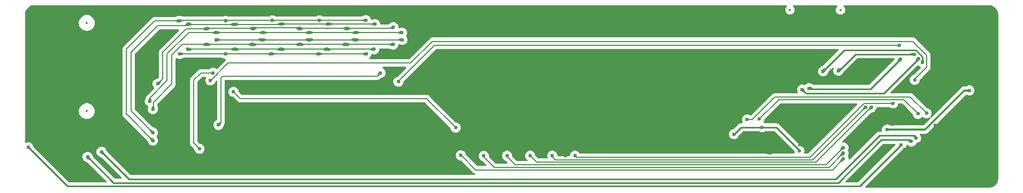
<source format=gbr>
%TF.GenerationSoftware,KiCad,Pcbnew,8.0.4*%
%TF.CreationDate,2024-11-23T17:51:10-05:00*%
%TF.ProjectId,Ruler_PowerCouple,52756c65-725f-4506-9f77-6572436f7570,rev?*%
%TF.SameCoordinates,Original*%
%TF.FileFunction,Copper,L2,Bot*%
%TF.FilePolarity,Positive*%
%FSLAX46Y46*%
G04 Gerber Fmt 4.6, Leading zero omitted, Abs format (unit mm)*
G04 Created by KiCad (PCBNEW 8.0.4) date 2024-11-23 17:51:10*
%MOMM*%
%LPD*%
G01*
G04 APERTURE LIST*
%TA.AperFunction,ViaPad*%
%ADD10C,0.600000*%
%TD*%
%TA.AperFunction,Conductor*%
%ADD11C,0.254000*%
%TD*%
%TA.AperFunction,Conductor*%
%ADD12C,0.300000*%
%TD*%
%TA.AperFunction,Conductor*%
%ADD13C,0.200000*%
%TD*%
%ADD14C,0.300000*%
%ADD15C,0.350000*%
G04 APERTURE END LIST*
D10*
%TO.N,GND*%
X148950000Y-104400000D03*
X214600000Y-95250000D03*
X135250000Y-98800000D03*
X198150000Y-90900000D03*
X135700000Y-93600000D03*
X138650000Y-98750000D03*
X214500000Y-99600000D03*
X206650000Y-103600000D03*
X141900000Y-104400000D03*
X126000000Y-92650000D03*
X152475000Y-104400000D03*
X153150000Y-98750000D03*
X201350000Y-101600000D03*
X187087310Y-103169160D03*
X164497800Y-101632974D03*
X84770437Y-83050744D03*
X113300000Y-92950000D03*
X104875000Y-92950000D03*
X188700000Y-101050000D03*
X88100000Y-106050000D03*
X220250000Y-105750000D03*
X215200000Y-103000000D03*
X217200000Y-89300000D03*
X149500000Y-98750000D03*
X74300000Y-90700000D03*
X78275000Y-100625000D03*
X98000000Y-100800000D03*
X193100000Y-102600000D03*
X145425000Y-104400000D03*
X193100000Y-100800000D03*
X109025000Y-92950000D03*
X156000000Y-104400000D03*
X117550000Y-92950000D03*
X102700000Y-95100000D03*
X91600000Y-85600000D03*
X101150000Y-100775000D03*
X80850000Y-103625000D03*
X84200000Y-90700000D03*
X189100000Y-83450000D03*
X96700000Y-106050000D03*
X145850000Y-98800000D03*
X175900000Y-102500000D03*
X142250000Y-98800000D03*
X217300000Y-81600000D03*
X207750000Y-99400000D03*
X183250000Y-103550000D03*
X188475000Y-103950000D03*
X209700000Y-103350000D03*
X204400000Y-101100000D03*
X121700000Y-92950000D03*
X107900000Y-106000000D03*
X132550000Y-81550000D03*
X76400000Y-106050000D03*
X132540000Y-104580000D03*
X92300000Y-81200000D03*
X205850000Y-90550000D03*
X73600000Y-82600000D03*
X189750000Y-89550000D03*
%TO.N,3.3V*%
X206900000Y-100250000D03*
X182700000Y-101000000D03*
X193050000Y-103650000D03*
X187150000Y-99900000D03*
X219950000Y-94050000D03*
%TO.N,MCU_PD2*%
X207850000Y-96100000D03*
X157550000Y-104400000D03*
%TO.N,MCU_PD3*%
X203551473Y-96700000D03*
X153950000Y-104400000D03*
%TO.N,MCU_PD4*%
X204443161Y-96700000D03*
X150450000Y-104400000D03*
%TO.N,MCU_PD5*%
X200000000Y-103100000D03*
X146800000Y-104400000D03*
%TO.N,MCU_PD6*%
X200000000Y-104000000D03*
X143104343Y-104445657D03*
%TO.N,MCU_PD7*%
X139450000Y-104350000D03*
X200000000Y-104900000D03*
%TO.N,/Display/SG_C*%
X128780000Y-86750000D03*
X90750000Y-97000000D03*
X121250000Y-86750000D03*
X99250000Y-86750000D03*
X106500000Y-86750000D03*
X114000000Y-86750000D03*
%TO.N,/Display/SG_A*%
X128780000Y-84000000D03*
X99250000Y-84250000D03*
X106596000Y-84250000D03*
X121414000Y-84250000D03*
X113962000Y-84250000D03*
X91500000Y-93000000D03*
%TO.N,/Display/SG_B*%
X130150000Y-84850000D03*
X115500000Y-84850000D03*
X122850000Y-84850000D03*
X100770000Y-84850000D03*
X108172000Y-84850000D03*
X90250000Y-95750000D03*
%TO.N,/Display/SG_D*%
X111000000Y-87500000D03*
X125750000Y-87500000D03*
X118250000Y-87500000D03*
X103716000Y-87500000D03*
X96250000Y-87500000D03*
%TO.N,/Display/SG_E*%
X102250000Y-88250000D03*
X95000000Y-88250000D03*
X117000000Y-88250000D03*
X124500000Y-88250000D03*
X109500000Y-88250000D03*
%TO.N,/Display/SG_F*%
X96350000Y-83500000D03*
X125900000Y-83500000D03*
X90750000Y-100750000D03*
X103650000Y-83550000D03*
X118534000Y-83500000D03*
X111082000Y-83500000D03*
%TO.N,/Display/SG_G*%
X102276000Y-83000000D03*
X94925000Y-83000000D03*
X117075000Y-82900000D03*
X124465664Y-82885957D03*
X90750000Y-102000000D03*
X109642000Y-82900000D03*
%TO.N,/Display/SG_DP*%
X130220000Y-86000000D03*
X98100000Y-103300000D03*
X122750000Y-86000000D03*
X100250000Y-91250000D03*
X108000000Y-86000000D03*
X100750000Y-86000000D03*
X115500000Y-86000000D03*
%TO.N,MCU_TX*%
X99850000Y-92450000D03*
X211300000Y-92350000D03*
%TO.N,ACC_SDA*%
X213150000Y-97650000D03*
X184750000Y-98650000D03*
%TO.N,ACC_SCL*%
X186700000Y-98600000D03*
X211800000Y-97750000D03*
%TO.N,MCU_A0*%
X80400000Y-104600000D03*
X210750000Y-102150000D03*
%TO.N,MCU_A1*%
X211500000Y-101600000D03*
X82600000Y-103800000D03*
%TO.N,MCU_PE3*%
X209150000Y-102700000D03*
X71026000Y-103076000D03*
%TO.N,/Display/GR5*%
X126750000Y-91250000D03*
X101120000Y-99520000D03*
%TO.N,SW*%
X129600000Y-92650000D03*
X208850000Y-86850000D03*
%TO.N,SD_CS*%
X193500000Y-93900000D03*
X211900000Y-89000000D03*
%TO.N,SD_MOSI*%
X194600000Y-93700000D03*
X209000000Y-89100000D03*
%TO.N,SD_MISO*%
X199200000Y-90900000D03*
X211200000Y-88300000D03*
%TO.N,SD_SCK*%
X212527000Y-89577000D03*
X196800000Y-91000000D03*
%TO.N,Net-(SW9-B)*%
X103500000Y-94250000D03*
X138650000Y-99950000D03*
%TD*%
D11*
%TO.N,GND*%
X187868150Y-103950000D02*
X187087310Y-103169160D01*
X188475000Y-103950000D02*
X187868150Y-103950000D01*
D12*
%TO.N,3.3V*%
X212930761Y-100250000D02*
X219130761Y-94050000D01*
X219130761Y-94050000D02*
X219950000Y-94050000D01*
X206900000Y-100250000D02*
X212930761Y-100250000D01*
D11*
X183800000Y-99900000D02*
X182700000Y-101000000D01*
X187150000Y-99900000D02*
X183800000Y-99900000D01*
X193050000Y-103550000D02*
X193050000Y-103650000D01*
X187150000Y-99900000D02*
X189400000Y-99900000D01*
X189400000Y-99900000D02*
X193050000Y-103550000D01*
D13*
%TO.N,MCU_PD2*%
X203251471Y-96100000D02*
X207850000Y-96100000D01*
X157800000Y-104650000D02*
X194701471Y-104650000D01*
X194701471Y-104650000D02*
X203251471Y-96100000D01*
X207850000Y-96100000D02*
X207900000Y-96100000D01*
X157550000Y-104400000D02*
X157800000Y-104650000D01*
%TO.N,MCU_PD3*%
X153950000Y-104400000D02*
X153950000Y-104550000D01*
X203500000Y-96700000D02*
X203100000Y-97100000D01*
X203551473Y-96700000D02*
X203500000Y-96700000D01*
X195150000Y-105050000D02*
X203500000Y-96700000D01*
X153950000Y-104550000D02*
X154450000Y-105050000D01*
X154450000Y-105050000D02*
X195150000Y-105050000D01*
%TO.N,MCU_PD4*%
X150450000Y-104400000D02*
X151500000Y-105450000D01*
X151500000Y-105450000D02*
X195650000Y-105450000D01*
X195650000Y-105450000D02*
X204400000Y-96700000D01*
X204400000Y-96700000D02*
X204443161Y-96700000D01*
%TO.N,MCU_PD5*%
X146800000Y-104600000D02*
X148050000Y-105850000D01*
X197250000Y-105850000D02*
X200000000Y-103100000D01*
X146800000Y-104400000D02*
X146800000Y-104600000D01*
X148050000Y-105850000D02*
X197250000Y-105850000D01*
%TO.N,MCU_PD6*%
X197750000Y-106250000D02*
X200000000Y-104000000D01*
X143104343Y-104604343D02*
X144750000Y-106250000D01*
X143104343Y-104445657D02*
X143104343Y-104604343D01*
X144750000Y-106250000D02*
X197750000Y-106250000D01*
%TO.N,MCU_PD7*%
X141800000Y-106650000D02*
X198250000Y-106650000D01*
X139450000Y-104350000D02*
X139500000Y-104350000D01*
X139500000Y-104350000D02*
X141800000Y-106650000D01*
X198250000Y-106650000D02*
X200000000Y-104900000D01*
X200000000Y-104900000D02*
X200000000Y-104800000D01*
%TO.N,/Display/SG_C*%
X90850000Y-95900000D02*
X90850000Y-96900000D01*
X93750000Y-88401471D02*
X93750000Y-93000000D01*
X95401471Y-86750000D02*
X93750000Y-88401471D01*
X121250000Y-86750000D02*
X128780000Y-86750000D01*
X90850000Y-96900000D02*
X90750000Y-97000000D01*
X99250000Y-86750000D02*
X95401471Y-86750000D01*
X99250000Y-86750000D02*
X106500000Y-86750000D01*
X106500000Y-86750000D02*
X114000000Y-86750000D01*
X114000000Y-86750000D02*
X121250000Y-86750000D01*
X93750000Y-93000000D02*
X90850000Y-95900000D01*
%TO.N,/Display/SG_A*%
X106500000Y-84250000D02*
X106596000Y-84250000D01*
X96000000Y-84250000D02*
X99250000Y-84250000D01*
X106400000Y-84150000D02*
X106500000Y-84250000D01*
X91500000Y-93000000D02*
X92250000Y-92250000D01*
X114062000Y-84150000D02*
X113962000Y-84250000D01*
X92250000Y-88000000D02*
X96000000Y-84250000D01*
X121514000Y-84150000D02*
X121414000Y-84250000D01*
X113826000Y-84114000D02*
X113962000Y-84250000D01*
X128630000Y-84150000D02*
X121514000Y-84150000D01*
X128780000Y-84000000D02*
X128630000Y-84150000D01*
X99250000Y-84250000D02*
X99350000Y-84150000D01*
X121414000Y-84250000D02*
X121314000Y-84150000D01*
X121314000Y-84150000D02*
X114062000Y-84150000D01*
X106596000Y-84250000D02*
X106732000Y-84114000D01*
X99350000Y-84150000D02*
X106400000Y-84150000D01*
X92250000Y-92250000D02*
X92250000Y-88000000D01*
X106732000Y-84114000D02*
X113826000Y-84114000D01*
%TO.N,/Display/SG_B*%
X90250000Y-95250000D02*
X90250000Y-95750000D01*
X108172000Y-84850000D02*
X108250000Y-84850000D01*
X93000000Y-88250000D02*
X93000000Y-92500000D01*
X115500000Y-84850000D02*
X108250000Y-84850000D01*
X96400000Y-84850000D02*
X93000000Y-88250000D01*
X93000000Y-92500000D02*
X90250000Y-95250000D01*
X122850000Y-84850000D02*
X130150000Y-84850000D01*
X100770000Y-84850000D02*
X108250000Y-84850000D01*
X115500000Y-84850000D02*
X122850000Y-84850000D01*
X100770000Y-84850000D02*
X96400000Y-84850000D01*
%TO.N,/Display/SG_D*%
X103716000Y-87500000D02*
X111000000Y-87500000D01*
X111000000Y-87500000D02*
X118250000Y-87500000D01*
X125750000Y-87500000D02*
X118250000Y-87500000D01*
X96250000Y-87500000D02*
X103716000Y-87500000D01*
%TO.N,/Display/SG_E*%
X95000000Y-88250000D02*
X101750000Y-88250000D01*
X101750000Y-88250000D02*
X102250000Y-88250000D01*
X117000000Y-88250000D02*
X124500000Y-88250000D01*
X101750000Y-88250000D02*
X109500000Y-88250000D01*
X109500000Y-88250000D02*
X117000000Y-88250000D01*
%TO.N,/Display/SG_F*%
X103650000Y-83550000D02*
X103600000Y-83600000D01*
X118534000Y-83500000D02*
X111082000Y-83500000D01*
X90750000Y-100750000D02*
X90804165Y-100804165D01*
X96450000Y-83600000D02*
X96350000Y-83500000D01*
X111032000Y-83550000D02*
X111082000Y-83500000D01*
X91500000Y-83750000D02*
X96100000Y-83750000D01*
X90750000Y-100750000D02*
X87250000Y-97250000D01*
X103600000Y-83600000D02*
X96450000Y-83600000D01*
X87250000Y-88000000D02*
X91500000Y-83750000D01*
X96100000Y-83750000D02*
X96350000Y-83500000D01*
X87250000Y-97250000D02*
X87250000Y-88000000D01*
X125900000Y-83500000D02*
X118534000Y-83500000D01*
X103650000Y-83550000D02*
X111032000Y-83550000D01*
%TO.N,/Display/SG_G*%
X90750000Y-102000000D02*
X90825000Y-102075000D01*
X90750000Y-102000000D02*
X86500000Y-97750000D01*
X86500000Y-97750000D02*
X86500000Y-87500000D01*
X124465664Y-82885957D02*
X124451621Y-82900000D01*
X124451621Y-82900000D02*
X95025000Y-82900000D01*
X86500000Y-87500000D02*
X91000000Y-83000000D01*
X91000000Y-83000000D02*
X94925000Y-83000000D01*
X95025000Y-82900000D02*
X94925000Y-83000000D01*
%TO.N,/Display/SG_DP*%
X97200000Y-102400000D02*
X98100000Y-103300000D01*
X122750000Y-86000000D02*
X115500000Y-86000000D01*
X100250000Y-91250000D02*
X98350000Y-91250000D01*
X97200000Y-92400000D02*
X97200000Y-102400000D01*
X115500000Y-86000000D02*
X108000000Y-86000000D01*
X130220000Y-86000000D02*
X122750000Y-86000000D01*
X98350000Y-91250000D02*
X97200000Y-92400000D01*
X108000000Y-86000000D02*
X100750000Y-86000000D01*
%TO.N,MCU_TX*%
X131500000Y-89700000D02*
X134950000Y-86250000D01*
X134950000Y-86250000D02*
X211000000Y-86250000D01*
X213200000Y-88450000D02*
X213200000Y-90350000D01*
X211000000Y-86250000D02*
X213200000Y-88450000D01*
X211200000Y-92350000D02*
X211200000Y-92350000D01*
X211300000Y-92350000D02*
X211200000Y-92350000D01*
X99850000Y-92450000D02*
X99898529Y-92450000D01*
X211300000Y-92250000D02*
X211300000Y-92350000D01*
X213200000Y-90350000D02*
X211300000Y-92250000D01*
X99898529Y-92450000D02*
X102648529Y-89700000D01*
X102648529Y-89700000D02*
X131500000Y-89700000D01*
%TO.N,ACC_SDA*%
X184750000Y-98650000D02*
X185600000Y-98650000D01*
X189150000Y-95100000D02*
X210600000Y-95100000D01*
X185600000Y-98650000D02*
X189150000Y-95100000D01*
X210600000Y-95100000D02*
X213150000Y-97650000D01*
%TO.N,ACC_SCL*%
X189800000Y-95500000D02*
X186700000Y-98600000D01*
X209550000Y-95500000D02*
X189800000Y-95500000D01*
X211800000Y-97750000D02*
X209550000Y-95500000D01*
D11*
%TO.N,MCU_A0*%
X80400000Y-104600000D02*
X84500000Y-108700000D01*
X210750000Y-102150000D02*
X210500000Y-101900000D01*
X84500000Y-108700000D02*
X199200000Y-108700000D01*
X206000000Y-101900000D02*
X199200000Y-108700000D01*
X210500000Y-101900000D02*
X206000000Y-101900000D01*
%TO.N,MCU_A1*%
X211500000Y-101500000D02*
X211500000Y-101600000D01*
X211500000Y-101600000D02*
X211600000Y-101600000D01*
X211600000Y-101600000D02*
X211600000Y-101600000D01*
X82625000Y-103800000D02*
X86925000Y-108100000D01*
X82600000Y-103800000D02*
X82625000Y-103800000D01*
X205700000Y-101200000D02*
X211200000Y-101200000D01*
X211200000Y-101200000D02*
X211500000Y-101500000D01*
X198800000Y-108100000D02*
X205700000Y-101200000D01*
X86925000Y-108100000D02*
X198800000Y-108100000D01*
%TO.N,MCU_PE3*%
X202600000Y-109250000D02*
X209150000Y-102700000D01*
X77200000Y-109250000D02*
X202600000Y-109250000D01*
X71026000Y-103076000D02*
X77200000Y-109250000D01*
D13*
%TO.N,/Display/GR5*%
X101750000Y-91750000D02*
X126250000Y-91750000D01*
X101500000Y-99140000D02*
X101500000Y-92000000D01*
X126250000Y-91750000D02*
X126750000Y-91250000D01*
X101120000Y-99520000D02*
X101500000Y-99140000D01*
X101500000Y-92000000D02*
X101750000Y-91750000D01*
%TO.N,SW*%
X135300000Y-86850000D02*
X129550000Y-92600000D01*
X208850000Y-86850000D02*
X135300000Y-86850000D01*
D11*
%TO.N,SD_CS*%
X206400000Y-94500000D02*
X194100000Y-94500000D01*
X194100000Y-94500000D02*
X193500000Y-93900000D01*
X211900000Y-89000000D02*
X206400000Y-94500000D01*
%TO.N,SD_MOSI*%
X194700000Y-93800000D02*
X204300000Y-93800000D01*
X204300000Y-93800000D02*
X209000000Y-89100000D01*
X194600000Y-93700000D02*
X194700000Y-93800000D01*
%TO.N,SD_MISO*%
X199300000Y-90900000D02*
X199200000Y-90900000D01*
X201900000Y-88300000D02*
X199300000Y-90900000D01*
X211200000Y-88300000D02*
X201900000Y-88300000D01*
X199200000Y-90900000D02*
X199200000Y-91000000D01*
%TO.N,SD_SCK*%
X212527000Y-89577000D02*
X212527000Y-88740288D01*
X200127000Y-87673000D02*
X196800000Y-91000000D01*
X211459712Y-87673000D02*
X200127000Y-87673000D01*
X212527000Y-88740288D02*
X211459712Y-87673000D01*
D13*
%TO.N,Net-(SW9-B)*%
X134050000Y-95350000D02*
X104600000Y-95350000D01*
X138650000Y-99950000D02*
X134050000Y-95350000D01*
X104600000Y-95350000D02*
X103500000Y-94250000D01*
X103500000Y-94250000D02*
X103450000Y-94250000D01*
%TD*%
%TA.AperFunction,Conductor*%
%TO.N,GND*%
G36*
X191005810Y-80520184D02*
G01*
X191051565Y-80572988D01*
X191061509Y-80642146D01*
X191032484Y-80705702D01*
X191026452Y-80712180D01*
X190967051Y-80771580D01*
X190967048Y-80771584D01*
X190884919Y-80894498D01*
X190884912Y-80894511D01*
X190828343Y-81031082D01*
X190828340Y-81031092D01*
X190799500Y-81176079D01*
X190799500Y-81176082D01*
X190799500Y-81323918D01*
X190799500Y-81323920D01*
X190799499Y-81323920D01*
X190828340Y-81468907D01*
X190828343Y-81468917D01*
X190884912Y-81605488D01*
X190884919Y-81605501D01*
X190967048Y-81728415D01*
X190967051Y-81728419D01*
X191071580Y-81832948D01*
X191071584Y-81832951D01*
X191194498Y-81915080D01*
X191194511Y-81915087D01*
X191331082Y-81971656D01*
X191331087Y-81971658D01*
X191331091Y-81971658D01*
X191331092Y-81971659D01*
X191476079Y-82000500D01*
X191476082Y-82000500D01*
X191623920Y-82000500D01*
X191721462Y-81981096D01*
X191768913Y-81971658D01*
X191905495Y-81915084D01*
X192028416Y-81832951D01*
X192132951Y-81728416D01*
X192215084Y-81605495D01*
X192271658Y-81468913D01*
X192300500Y-81323918D01*
X192300500Y-81176082D01*
X192300500Y-81176079D01*
X192271659Y-81031092D01*
X192271658Y-81031091D01*
X192271658Y-81031087D01*
X192247137Y-80971887D01*
X192215087Y-80894511D01*
X192215080Y-80894498D01*
X192132951Y-80771584D01*
X192132948Y-80771580D01*
X192073548Y-80712180D01*
X192040063Y-80650857D01*
X192045047Y-80581165D01*
X192086919Y-80525232D01*
X192152383Y-80500815D01*
X192161229Y-80500499D01*
X198938771Y-80500499D01*
X199005810Y-80520184D01*
X199051565Y-80572988D01*
X199061509Y-80642146D01*
X199032484Y-80705702D01*
X199026452Y-80712180D01*
X198967051Y-80771580D01*
X198967048Y-80771584D01*
X198884919Y-80894498D01*
X198884912Y-80894511D01*
X198828343Y-81031082D01*
X198828340Y-81031092D01*
X198799500Y-81176079D01*
X198799500Y-81176082D01*
X198799500Y-81323918D01*
X198799500Y-81323920D01*
X198799499Y-81323920D01*
X198828340Y-81468907D01*
X198828343Y-81468917D01*
X198884912Y-81605488D01*
X198884919Y-81605501D01*
X198967048Y-81728415D01*
X198967051Y-81728419D01*
X199071580Y-81832948D01*
X199071584Y-81832951D01*
X199194498Y-81915080D01*
X199194511Y-81915087D01*
X199331082Y-81971656D01*
X199331087Y-81971658D01*
X199331091Y-81971658D01*
X199331092Y-81971659D01*
X199476079Y-82000500D01*
X199476082Y-82000500D01*
X199623920Y-82000500D01*
X199721462Y-81981096D01*
X199768913Y-81971658D01*
X199905495Y-81915084D01*
X200028416Y-81832951D01*
X200132951Y-81728416D01*
X200215084Y-81605495D01*
X200271658Y-81468913D01*
X200300500Y-81323918D01*
X200300500Y-81176082D01*
X200300500Y-81176079D01*
X200271659Y-81031092D01*
X200271658Y-81031091D01*
X200271658Y-81031087D01*
X200247137Y-80971887D01*
X200215087Y-80894511D01*
X200215080Y-80894498D01*
X200132951Y-80771584D01*
X200132948Y-80771580D01*
X200073548Y-80712180D01*
X200040063Y-80650857D01*
X200045047Y-80581165D01*
X200086919Y-80525232D01*
X200152383Y-80500815D01*
X200161229Y-80500499D01*
X222934108Y-80500499D01*
X222995572Y-80500499D01*
X223004418Y-80500815D01*
X223204561Y-80515129D01*
X223222063Y-80517646D01*
X223413797Y-80559354D01*
X223430755Y-80564333D01*
X223614609Y-80632908D01*
X223630701Y-80640258D01*
X223802904Y-80734287D01*
X223817784Y-80743848D01*
X223854834Y-80771584D01*
X223974867Y-80861440D01*
X223988237Y-80873026D01*
X224126973Y-81011762D01*
X224138559Y-81025132D01*
X224251559Y-81176082D01*
X224256147Y-81182210D01*
X224265712Y-81197095D01*
X224359741Y-81369298D01*
X224367091Y-81385390D01*
X224435663Y-81569236D01*
X224440647Y-81586212D01*
X224482352Y-81777931D01*
X224484870Y-81795442D01*
X224499185Y-81995580D01*
X224499501Y-82004427D01*
X224499501Y-107995572D01*
X224499185Y-108004419D01*
X224484870Y-108204557D01*
X224482352Y-108222068D01*
X224440647Y-108413787D01*
X224435663Y-108430763D01*
X224367091Y-108614609D01*
X224359741Y-108630701D01*
X224265712Y-108802904D01*
X224256147Y-108817789D01*
X224138559Y-108974867D01*
X224126973Y-108988237D01*
X223988237Y-109126973D01*
X223974867Y-109138559D01*
X223817789Y-109256147D01*
X223802904Y-109265712D01*
X223630701Y-109359741D01*
X223614609Y-109367091D01*
X223430763Y-109435663D01*
X223413787Y-109440647D01*
X223222068Y-109482352D01*
X223204557Y-109484870D01*
X223023798Y-109497798D01*
X223004431Y-109499184D01*
X222995586Y-109499500D01*
X203537281Y-109499500D01*
X203470242Y-109479815D01*
X203424487Y-109427011D01*
X203414543Y-109357853D01*
X203443568Y-109294297D01*
X203449600Y-109287819D01*
X204876600Y-107860819D01*
X209211567Y-103525850D01*
X209272888Y-103492367D01*
X209285345Y-103490315D01*
X209329255Y-103485368D01*
X209499522Y-103425789D01*
X209652262Y-103329816D01*
X209779816Y-103202262D01*
X209875789Y-103049522D01*
X209935368Y-102879255D01*
X209944553Y-102797737D01*
X209947731Y-102769533D01*
X209974797Y-102705119D01*
X210032392Y-102665564D01*
X210102229Y-102663426D01*
X210155618Y-102694211D01*
X210156297Y-102693490D01*
X210212194Y-102746014D01*
X210212197Y-102746016D01*
X210212201Y-102746020D01*
X210212205Y-102746022D01*
X210212369Y-102746146D01*
X210225398Y-102757476D01*
X210247738Y-102779816D01*
X210400478Y-102875789D01*
X210460367Y-102896745D01*
X210570745Y-102935368D01*
X210570750Y-102935369D01*
X210749996Y-102955565D01*
X210750000Y-102955565D01*
X210750004Y-102955565D01*
X210929249Y-102935369D01*
X210929252Y-102935368D01*
X210929255Y-102935368D01*
X211099522Y-102875789D01*
X211252262Y-102779816D01*
X211379816Y-102652262D01*
X211475789Y-102499522D01*
X211483286Y-102478093D01*
X211524005Y-102421317D01*
X211586443Y-102395824D01*
X211679255Y-102385368D01*
X211849522Y-102325789D01*
X212002262Y-102229816D01*
X212129816Y-102102262D01*
X212225789Y-101949522D01*
X212285368Y-101779255D01*
X212291392Y-101725789D01*
X212305565Y-101600003D01*
X212305565Y-101599996D01*
X212285369Y-101420750D01*
X212285368Y-101420745D01*
X212225788Y-101250476D01*
X212179319Y-101176521D01*
X212129816Y-101097738D01*
X212129815Y-101097737D01*
X212126111Y-101091842D01*
X212128409Y-101090397D01*
X212106659Y-101037151D01*
X212119401Y-100968453D01*
X212167261Y-100917550D01*
X212230012Y-100900500D01*
X212994832Y-100900500D01*
X213079376Y-100883682D01*
X213120505Y-100875501D01*
X213238888Y-100826465D01*
X213253106Y-100816965D01*
X213345430Y-100755277D01*
X219361328Y-94739378D01*
X219422649Y-94705895D01*
X219492341Y-94710879D01*
X219514979Y-94722067D01*
X219540897Y-94738352D01*
X219600478Y-94775789D01*
X219600481Y-94775790D01*
X219770737Y-94835366D01*
X219770743Y-94835367D01*
X219770745Y-94835368D01*
X219770746Y-94835368D01*
X219770750Y-94835369D01*
X219949996Y-94855565D01*
X219950000Y-94855565D01*
X219950004Y-94855565D01*
X220129249Y-94835369D01*
X220129252Y-94835368D01*
X220129255Y-94835368D01*
X220299522Y-94775789D01*
X220452262Y-94679816D01*
X220579816Y-94552262D01*
X220675789Y-94399522D01*
X220735368Y-94229255D01*
X220738576Y-94200784D01*
X220755565Y-94050003D01*
X220755565Y-94049996D01*
X220735369Y-93870750D01*
X220735368Y-93870745D01*
X220729094Y-93852815D01*
X220675789Y-93700478D01*
X220579816Y-93547738D01*
X220452262Y-93420184D01*
X220419344Y-93399500D01*
X220299523Y-93324211D01*
X220129254Y-93264631D01*
X220129249Y-93264630D01*
X219950004Y-93244435D01*
X219949996Y-93244435D01*
X219770750Y-93264630D01*
X219770737Y-93264633D01*
X219600481Y-93324209D01*
X219600477Y-93324210D01*
X219510904Y-93380494D01*
X219444932Y-93399500D01*
X219066690Y-93399500D01*
X218962710Y-93420184D01*
X218955742Y-93421570D01*
X218944672Y-93423771D01*
X218941016Y-93424499D01*
X218822635Y-93473534D01*
X218716087Y-93544726D01*
X218716086Y-93544727D01*
X214002231Y-98258583D01*
X213940908Y-98292068D01*
X213871216Y-98287084D01*
X213815283Y-98245212D01*
X213790866Y-98179748D01*
X213805718Y-98111475D01*
X213809557Y-98104929D01*
X213812955Y-98099522D01*
X213864752Y-98017088D01*
X213875788Y-97999524D01*
X213881995Y-97981785D01*
X213935368Y-97829255D01*
X213935369Y-97829249D01*
X213955565Y-97650003D01*
X213955565Y-97649996D01*
X213935369Y-97470750D01*
X213935368Y-97470745D01*
X213928234Y-97450357D01*
X213875789Y-97300478D01*
X213779816Y-97147738D01*
X213652262Y-97020184D01*
X213620143Y-97000002D01*
X213499521Y-96924210D01*
X213329249Y-96864630D01*
X213242331Y-96854837D01*
X213177917Y-96827770D01*
X213168534Y-96819298D01*
X211087590Y-94738355D01*
X211087588Y-94738352D01*
X210968717Y-94619481D01*
X210968709Y-94619475D01*
X210868817Y-94561803D01*
X210868815Y-94561802D01*
X210831790Y-94540425D01*
X210831789Y-94540424D01*
X210819263Y-94537067D01*
X210679057Y-94499499D01*
X210520943Y-94499499D01*
X210513347Y-94499499D01*
X210513331Y-94499500D01*
X207587281Y-94499500D01*
X207520242Y-94479815D01*
X207474487Y-94427011D01*
X207464543Y-94357853D01*
X207493568Y-94294297D01*
X207499600Y-94287819D01*
X208552193Y-93235226D01*
X211715206Y-90072211D01*
X211776527Y-90038728D01*
X211846219Y-90043712D01*
X211890660Y-90075937D01*
X211892260Y-90074338D01*
X211897184Y-90079262D01*
X212024738Y-90206816D01*
X212132000Y-90274213D01*
X212181231Y-90305147D01*
X212227522Y-90357482D01*
X212238170Y-90426535D01*
X212209795Y-90490384D01*
X212202940Y-90497822D01*
X211164426Y-91536337D01*
X211117699Y-91565698D01*
X210950478Y-91624210D01*
X210797737Y-91720184D01*
X210670184Y-91847737D01*
X210574211Y-92000476D01*
X210514631Y-92170745D01*
X210514630Y-92170750D01*
X210494435Y-92349996D01*
X210494435Y-92350003D01*
X210514630Y-92529249D01*
X210514631Y-92529254D01*
X210574211Y-92699523D01*
X210650384Y-92820750D01*
X210670184Y-92852262D01*
X210797738Y-92979816D01*
X210888080Y-93036582D01*
X210941557Y-93070184D01*
X210950478Y-93075789D01*
X211061479Y-93114630D01*
X211120745Y-93135368D01*
X211120750Y-93135369D01*
X211299996Y-93155565D01*
X211300000Y-93155565D01*
X211300004Y-93155565D01*
X211479249Y-93135369D01*
X211479252Y-93135368D01*
X211479255Y-93135368D01*
X211649522Y-93075789D01*
X211802262Y-92979816D01*
X211929816Y-92852262D01*
X212025789Y-92699522D01*
X212085368Y-92529255D01*
X212087545Y-92509940D01*
X212105565Y-92350002D01*
X212105565Y-92345031D01*
X212125250Y-92277992D01*
X212141884Y-92257350D01*
X212479756Y-91919478D01*
X213680520Y-90718716D01*
X213759577Y-90581784D01*
X213800501Y-90429057D01*
X213800501Y-90270942D01*
X213800501Y-90263347D01*
X213800500Y-90263329D01*
X213800500Y-88539059D01*
X213800501Y-88539046D01*
X213800501Y-88370945D01*
X213800501Y-88370943D01*
X213759577Y-88218215D01*
X213730639Y-88168095D01*
X213680520Y-88081284D01*
X213568716Y-87969480D01*
X213568715Y-87969479D01*
X213564385Y-87965149D01*
X213564374Y-87965139D01*
X211487590Y-85888355D01*
X211487588Y-85888352D01*
X211368717Y-85769481D01*
X211368716Y-85769480D01*
X211281904Y-85719360D01*
X211281904Y-85719359D01*
X211281900Y-85719358D01*
X211231785Y-85690423D01*
X211079057Y-85649499D01*
X210920943Y-85649499D01*
X210913347Y-85649499D01*
X210913331Y-85649500D01*
X135036670Y-85649500D01*
X135036654Y-85649499D01*
X135029058Y-85649499D01*
X134870943Y-85649499D01*
X134718215Y-85690423D01*
X134718213Y-85690423D01*
X134718213Y-85690424D01*
X134581281Y-85769482D01*
X131287584Y-89063181D01*
X131226261Y-89096666D01*
X131199903Y-89099500D01*
X125081158Y-89099500D01*
X125014119Y-89079815D01*
X124968364Y-89027011D01*
X124958420Y-88957853D01*
X124987445Y-88894297D01*
X124997368Y-88884770D01*
X124997338Y-88884740D01*
X125031578Y-88850500D01*
X125129816Y-88752262D01*
X125225789Y-88599522D01*
X125285368Y-88429255D01*
X125293900Y-88353528D01*
X125320966Y-88289115D01*
X125378560Y-88249559D01*
X125448397Y-88247420D01*
X125454714Y-88249247D01*
X125455695Y-88249559D01*
X125491824Y-88261054D01*
X125493226Y-88261227D01*
X125518956Y-88267246D01*
X125570745Y-88285368D01*
X125570749Y-88285368D01*
X125570751Y-88285369D01*
X125749996Y-88305565D01*
X125750000Y-88305565D01*
X125750004Y-88305565D01*
X125929249Y-88285369D01*
X125929252Y-88285368D01*
X125929255Y-88285368D01*
X126099522Y-88225789D01*
X126252262Y-88129816D01*
X126379816Y-88002262D01*
X126475789Y-87849522D01*
X126535368Y-87679255D01*
X126538022Y-87655703D01*
X126555565Y-87500003D01*
X126555565Y-87500001D01*
X126554256Y-87488386D01*
X126566309Y-87419564D01*
X126613657Y-87368184D01*
X126677476Y-87350500D01*
X128054974Y-87350500D01*
X128097505Y-87358022D01*
X128347565Y-87449329D01*
X128347567Y-87449329D01*
X128481314Y-87498165D01*
X128521824Y-87511054D01*
X128523226Y-87511227D01*
X128548956Y-87517246D01*
X128600745Y-87535368D01*
X128600749Y-87535368D01*
X128600751Y-87535369D01*
X128779996Y-87555565D01*
X128780000Y-87555565D01*
X128780004Y-87555565D01*
X128959249Y-87535369D01*
X128959252Y-87535368D01*
X128959255Y-87535368D01*
X129129522Y-87475789D01*
X129282262Y-87379816D01*
X129409816Y-87252262D01*
X129505789Y-87099522D01*
X129565368Y-86929255D01*
X129574242Y-86850500D01*
X129581378Y-86787159D01*
X129608444Y-86722745D01*
X129666039Y-86683190D01*
X129735876Y-86681052D01*
X129747127Y-86684563D01*
X129787565Y-86699329D01*
X129787567Y-86699329D01*
X129921314Y-86748165D01*
X129961824Y-86761054D01*
X129963226Y-86761227D01*
X129988956Y-86767246D01*
X130040745Y-86785368D01*
X130040749Y-86785368D01*
X130040751Y-86785369D01*
X130219996Y-86805565D01*
X130220000Y-86805565D01*
X130220004Y-86805565D01*
X130399249Y-86785369D01*
X130399252Y-86785368D01*
X130399255Y-86785368D01*
X130569522Y-86725789D01*
X130722262Y-86629816D01*
X130849816Y-86502262D01*
X130945789Y-86349522D01*
X131005368Y-86179255D01*
X131009568Y-86141978D01*
X131025565Y-86000003D01*
X131025565Y-85999996D01*
X131005369Y-85820750D01*
X131005368Y-85820745D01*
X130969892Y-85719360D01*
X130945789Y-85650478D01*
X130945174Y-85649500D01*
X130849815Y-85497737D01*
X130820615Y-85468537D01*
X130787130Y-85407214D01*
X130792114Y-85337522D01*
X130803302Y-85314884D01*
X130875789Y-85199522D01*
X130935368Y-85029255D01*
X130955565Y-84850000D01*
X130935368Y-84670745D01*
X130875789Y-84500478D01*
X130870554Y-84492147D01*
X130804372Y-84386819D01*
X130779816Y-84347738D01*
X130652262Y-84220184D01*
X130587124Y-84179255D01*
X130499523Y-84124211D01*
X130329254Y-84064631D01*
X130329249Y-84064630D01*
X130150004Y-84044435D01*
X130149996Y-84044435D01*
X129970746Y-84064631D01*
X129970745Y-84064631D01*
X129891764Y-84092267D01*
X129876338Y-84096569D01*
X129851311Y-84101833D01*
X129750377Y-84138688D01*
X129680652Y-84143191D01*
X129619562Y-84109283D01*
X129586502Y-84047730D01*
X129584627Y-84008325D01*
X129585565Y-84000000D01*
X129585565Y-83999996D01*
X129565369Y-83820750D01*
X129565368Y-83820745D01*
X129505788Y-83650476D01*
X129429971Y-83529815D01*
X129409816Y-83497738D01*
X129282262Y-83370184D01*
X129203587Y-83320749D01*
X129129523Y-83274211D01*
X128959254Y-83214631D01*
X128959249Y-83214630D01*
X128780004Y-83194435D01*
X128779996Y-83194435D01*
X128600750Y-83214630D01*
X128600745Y-83214631D01*
X128430476Y-83274211D01*
X128277738Y-83370183D01*
X128269244Y-83378677D01*
X128255237Y-83390107D01*
X128255470Y-83390410D01*
X128081599Y-83523865D01*
X128016434Y-83549069D01*
X128006099Y-83549500D01*
X126821956Y-83549500D01*
X126754917Y-83529815D01*
X126709162Y-83477011D01*
X126698736Y-83439384D01*
X126685369Y-83320749D01*
X126685368Y-83320745D01*
X126625788Y-83150476D01*
X126586582Y-83088080D01*
X126529816Y-82997738D01*
X126402262Y-82870184D01*
X126249523Y-82774211D01*
X126079254Y-82714631D01*
X126079249Y-82714630D01*
X125900004Y-82694435D01*
X125899996Y-82694435D01*
X125720746Y-82714631D01*
X125720745Y-82714631D01*
X125641764Y-82742267D01*
X125626339Y-82746569D01*
X125601309Y-82751834D01*
X125417855Y-82818820D01*
X125348131Y-82823323D01*
X125287040Y-82789416D01*
X125253980Y-82727863D01*
X125252104Y-82716221D01*
X125251925Y-82714630D01*
X125251032Y-82706702D01*
X125191453Y-82536435D01*
X125180799Y-82519480D01*
X125131125Y-82440424D01*
X125095480Y-82383695D01*
X124967926Y-82256141D01*
X124901865Y-82214632D01*
X124815187Y-82160168D01*
X124644918Y-82100588D01*
X124644913Y-82100587D01*
X124465668Y-82080392D01*
X124465660Y-82080392D01*
X124286410Y-82100588D01*
X124286409Y-82100588D01*
X124194653Y-82132694D01*
X124182527Y-82136255D01*
X124153912Y-82143094D01*
X123781325Y-82290775D01*
X123735634Y-82299500D01*
X117657412Y-82299500D01*
X117590373Y-82279815D01*
X117580097Y-82272445D01*
X117577263Y-82270185D01*
X117577262Y-82270184D01*
X117520496Y-82234515D01*
X117424523Y-82174211D01*
X117254254Y-82114631D01*
X117254249Y-82114630D01*
X117075004Y-82094435D01*
X117074996Y-82094435D01*
X116895750Y-82114630D01*
X116895745Y-82114631D01*
X116725476Y-82174211D01*
X116572736Y-82270185D01*
X116569903Y-82272445D01*
X116567724Y-82273334D01*
X116566842Y-82273889D01*
X116566744Y-82273734D01*
X116505217Y-82298855D01*
X116492588Y-82299500D01*
X110224412Y-82299500D01*
X110157373Y-82279815D01*
X110147097Y-82272445D01*
X110144263Y-82270185D01*
X110144262Y-82270184D01*
X110087496Y-82234515D01*
X109991523Y-82174211D01*
X109821254Y-82114631D01*
X109821249Y-82114630D01*
X109642004Y-82094435D01*
X109641996Y-82094435D01*
X109462750Y-82114630D01*
X109462745Y-82114631D01*
X109292476Y-82174211D01*
X109139736Y-82270185D01*
X109136903Y-82272445D01*
X109134724Y-82273334D01*
X109133842Y-82273889D01*
X109133744Y-82273734D01*
X109072217Y-82298855D01*
X109059588Y-82299500D01*
X102701494Y-82299500D01*
X102635523Y-82280494D01*
X102625525Y-82274212D01*
X102455254Y-82214631D01*
X102455249Y-82214630D01*
X102276004Y-82194435D01*
X102275996Y-82194435D01*
X102096750Y-82214630D01*
X102096745Y-82214631D01*
X101926474Y-82274212D01*
X101916477Y-82280494D01*
X101850506Y-82299500D01*
X95587979Y-82299500D01*
X95566914Y-82297698D01*
X95133065Y-82222909D01*
X95113184Y-82217756D01*
X95104250Y-82214630D01*
X95052395Y-82208788D01*
X95045218Y-82207766D01*
X95024518Y-82204198D01*
X94982436Y-82198750D01*
X94980484Y-82198581D01*
X94970597Y-82198665D01*
X94955676Y-82197890D01*
X94925000Y-82194435D01*
X94924996Y-82194435D01*
X94745746Y-82214631D01*
X94745745Y-82214631D01*
X94666764Y-82242267D01*
X94651338Y-82246569D01*
X94626314Y-82251833D01*
X94242503Y-82391978D01*
X94199972Y-82399500D01*
X91086669Y-82399500D01*
X91086653Y-82399499D01*
X91079057Y-82399499D01*
X90920943Y-82399499D01*
X90768215Y-82440423D01*
X90768214Y-82440423D01*
X90768212Y-82440424D01*
X90749157Y-82451426D01*
X90749155Y-82451427D01*
X90631290Y-82519475D01*
X90631282Y-82519481D01*
X86019481Y-87131282D01*
X86019480Y-87131284D01*
X85980083Y-87199522D01*
X85940423Y-87268215D01*
X85899499Y-87420943D01*
X85899499Y-87420945D01*
X85899499Y-87589046D01*
X85899500Y-87589059D01*
X85899500Y-97663330D01*
X85899499Y-97663348D01*
X85899499Y-97829054D01*
X85899498Y-97829054D01*
X85940423Y-97981785D01*
X85950663Y-97999522D01*
X85962593Y-98020184D01*
X86019479Y-98118714D01*
X86019481Y-98118717D01*
X86138349Y-98237585D01*
X86138355Y-98237590D01*
X89812711Y-101911946D01*
X89837466Y-101947338D01*
X90009764Y-102317831D01*
X90009766Y-102317834D01*
X90016124Y-102330126D01*
X90023026Y-102346137D01*
X90024209Y-102349518D01*
X90024212Y-102349524D01*
X90053304Y-102395823D01*
X90120184Y-102502262D01*
X90247738Y-102629816D01*
X90283461Y-102652262D01*
X90351563Y-102695054D01*
X90400478Y-102725789D01*
X90554878Y-102779816D01*
X90570745Y-102785368D01*
X90570750Y-102785369D01*
X90749996Y-102805565D01*
X90750000Y-102805565D01*
X90750004Y-102805565D01*
X90929249Y-102785369D01*
X90929252Y-102785368D01*
X90929255Y-102785368D01*
X91099522Y-102725789D01*
X91252262Y-102629816D01*
X91379816Y-102502262D01*
X91475789Y-102349522D01*
X91535368Y-102179255D01*
X91535369Y-102179249D01*
X91555565Y-102000003D01*
X91555565Y-101999996D01*
X91535369Y-101820750D01*
X91535368Y-101820745D01*
X91475788Y-101650476D01*
X91436582Y-101588080D01*
X91379816Y-101497738D01*
X91344759Y-101462681D01*
X91311274Y-101401358D01*
X91316258Y-101331666D01*
X91344759Y-101287319D01*
X91379816Y-101252262D01*
X91475789Y-101099522D01*
X91535368Y-100929255D01*
X91538608Y-100900500D01*
X91555565Y-100750003D01*
X91555565Y-100749996D01*
X91535369Y-100570750D01*
X91535368Y-100570745D01*
X91520236Y-100527500D01*
X91475789Y-100400478D01*
X91379816Y-100247738D01*
X91252262Y-100120184D01*
X91099524Y-100024212D01*
X91099523Y-100024211D01*
X91099522Y-100024211D01*
X91093125Y-100021972D01*
X91071911Y-100011532D01*
X91071701Y-100011912D01*
X91067830Y-100009763D01*
X90697337Y-99837465D01*
X90661945Y-99812710D01*
X87886819Y-97037584D01*
X87853334Y-96976261D01*
X87850500Y-96949903D01*
X87850500Y-88300097D01*
X87870185Y-88233058D01*
X87886819Y-88212416D01*
X91712417Y-84386819D01*
X91773740Y-84353334D01*
X91800098Y-84350500D01*
X94750903Y-84350500D01*
X94817942Y-84370185D01*
X94863697Y-84422989D01*
X94873641Y-84492147D01*
X94844616Y-84555703D01*
X94838584Y-84562180D01*
X93352466Y-86048298D01*
X91881286Y-87519478D01*
X91769481Y-87631282D01*
X91769475Y-87631290D01*
X91730158Y-87699391D01*
X91730158Y-87699392D01*
X91690423Y-87768215D01*
X91649499Y-87920943D01*
X91649499Y-87920945D01*
X91649499Y-88089046D01*
X91649500Y-88089059D01*
X91649500Y-91949901D01*
X91629815Y-92016940D01*
X91613179Y-92037584D01*
X91588052Y-92062710D01*
X91552662Y-92087463D01*
X91182159Y-92259767D01*
X91169870Y-92266125D01*
X91153870Y-92273024D01*
X91150476Y-92274211D01*
X90997737Y-92370184D01*
X90870184Y-92497737D01*
X90774211Y-92650476D01*
X90714631Y-92820745D01*
X90714630Y-92820750D01*
X90694435Y-92999996D01*
X90694435Y-93000003D01*
X90714630Y-93179249D01*
X90714631Y-93179254D01*
X90774211Y-93349523D01*
X90870184Y-93502262D01*
X90870185Y-93502263D01*
X90921662Y-93553741D01*
X90955146Y-93615064D01*
X90950161Y-93684756D01*
X90921661Y-93729102D01*
X89885891Y-94764872D01*
X89882493Y-94768144D01*
X89879722Y-94770711D01*
X89879595Y-94770855D01*
X89874527Y-94776234D01*
X89769481Y-94881281D01*
X89746366Y-94921318D01*
X89733020Y-94944435D01*
X89717428Y-94971441D01*
X89690422Y-95018215D01*
X89690421Y-95018218D01*
X89656778Y-95143772D01*
X89646734Y-95169429D01*
X89532091Y-95387253D01*
X89527365Y-95395457D01*
X89524210Y-95400479D01*
X89522424Y-95405582D01*
X89521260Y-95408766D01*
X89493757Y-95480938D01*
X89493050Y-95483648D01*
X89488176Y-95503456D01*
X89464631Y-95570745D01*
X89464631Y-95570746D01*
X89444435Y-95749996D01*
X89444435Y-95750003D01*
X89464630Y-95929249D01*
X89464631Y-95929254D01*
X89524211Y-96099523D01*
X89557886Y-96153116D01*
X89620184Y-96252262D01*
X89747738Y-96379816D01*
X89900478Y-96475789D01*
X89948130Y-96492463D01*
X90004906Y-96533184D01*
X90030654Y-96598137D01*
X90024216Y-96650463D01*
X90008488Y-96695407D01*
X90006713Y-96700165D01*
X89994401Y-96731206D01*
X89992539Y-96738157D01*
X89992306Y-96738094D01*
X89989354Y-96750087D01*
X89964632Y-96820742D01*
X89964631Y-96820746D01*
X89944435Y-96999996D01*
X89944435Y-97000003D01*
X89964630Y-97179249D01*
X89964631Y-97179254D01*
X90024211Y-97349523D01*
X90100384Y-97470750D01*
X90120184Y-97502262D01*
X90247738Y-97629816D01*
X90400478Y-97725789D01*
X90522636Y-97768534D01*
X90570745Y-97785368D01*
X90570750Y-97785369D01*
X90749996Y-97805565D01*
X90750000Y-97805565D01*
X90750004Y-97805565D01*
X90929249Y-97785369D01*
X90929252Y-97785368D01*
X90929255Y-97785368D01*
X91099522Y-97725789D01*
X91252262Y-97629816D01*
X91379816Y-97502262D01*
X91475789Y-97349522D01*
X91535368Y-97179255D01*
X91549986Y-97049522D01*
X91555565Y-97000002D01*
X91555565Y-96999999D01*
X91549920Y-96949903D01*
X91546862Y-96922766D01*
X91546131Y-96912340D01*
X91545801Y-96900491D01*
X91545801Y-96900486D01*
X91542232Y-96879787D01*
X91541214Y-96872640D01*
X91535368Y-96820745D01*
X91532242Y-96811812D01*
X91527087Y-96791931D01*
X91452302Y-96358088D01*
X91450500Y-96337024D01*
X91450500Y-96200096D01*
X91470185Y-96133057D01*
X91486814Y-96112420D01*
X94108506Y-93490727D01*
X94108511Y-93490724D01*
X94118714Y-93480520D01*
X94118716Y-93480520D01*
X94230520Y-93368716D01*
X94309577Y-93231784D01*
X94340968Y-93114632D01*
X94350500Y-93079058D01*
X94350500Y-92920943D01*
X94350500Y-89011661D01*
X94370185Y-88944622D01*
X94422989Y-88898867D01*
X94492147Y-88888923D01*
X94540473Y-88906668D01*
X94650475Y-88975788D01*
X94820745Y-89035368D01*
X94820750Y-89035369D01*
X94999996Y-89055565D01*
X95000000Y-89055565D01*
X95000004Y-89055565D01*
X95179249Y-89035369D01*
X95179250Y-89035368D01*
X95179255Y-89035368D01*
X95258251Y-89007725D01*
X95273651Y-89003431D01*
X95298687Y-88998166D01*
X95682495Y-88858022D01*
X95725026Y-88850500D01*
X101662346Y-88850500D01*
X101727777Y-88869168D01*
X101856708Y-88949261D01*
X101869595Y-88956543D01*
X101874554Y-88959500D01*
X101900478Y-88975789D01*
X101958173Y-88995977D01*
X101962892Y-88997738D01*
X101984227Y-89006203D01*
X101984232Y-89006203D01*
X101991368Y-89008092D01*
X101991232Y-89008602D01*
X102001086Y-89010992D01*
X102070745Y-89035368D01*
X102070749Y-89035368D01*
X102070751Y-89035369D01*
X102070748Y-89035369D01*
X102168240Y-89046353D01*
X102232654Y-89073419D01*
X102272209Y-89131013D01*
X102274348Y-89200850D01*
X102242039Y-89257254D01*
X102168009Y-89331284D01*
X100900085Y-90599208D01*
X100838762Y-90632693D01*
X100769070Y-90627709D01*
X100746432Y-90616521D01*
X100599523Y-90524211D01*
X100429254Y-90464631D01*
X100429249Y-90464630D01*
X100250004Y-90444435D01*
X100249996Y-90444435D01*
X100070750Y-90464630D01*
X100070745Y-90464631D01*
X99900476Y-90524211D01*
X99747736Y-90620185D01*
X99744903Y-90622445D01*
X99742724Y-90623334D01*
X99741842Y-90623889D01*
X99741744Y-90623734D01*
X99680217Y-90648855D01*
X99667588Y-90649500D01*
X98436670Y-90649500D01*
X98436654Y-90649499D01*
X98429058Y-90649499D01*
X98270943Y-90649499D01*
X98194579Y-90669961D01*
X98118214Y-90690423D01*
X98118209Y-90690426D01*
X97981290Y-90769475D01*
X97981282Y-90769481D01*
X96719481Y-92031282D01*
X96719475Y-92031290D01*
X96679531Y-92100477D01*
X96679531Y-92100478D01*
X96640423Y-92168215D01*
X96599499Y-92320943D01*
X96599499Y-92320945D01*
X96599499Y-92489046D01*
X96599500Y-92489059D01*
X96599500Y-102313330D01*
X96599499Y-102313348D01*
X96599499Y-102479054D01*
X96599498Y-102479054D01*
X96605105Y-102499980D01*
X96640423Y-102631785D01*
X96652246Y-102652262D01*
X96682763Y-102705119D01*
X96719479Y-102768715D01*
X96838349Y-102887585D01*
X96838355Y-102887590D01*
X97269298Y-103318533D01*
X97302783Y-103379856D01*
X97304837Y-103392330D01*
X97314630Y-103479249D01*
X97374210Y-103649521D01*
X97389724Y-103674211D01*
X97470184Y-103802262D01*
X97597738Y-103929816D01*
X97661983Y-103970184D01*
X97730412Y-104013181D01*
X97750478Y-104025789D01*
X97920745Y-104085368D01*
X97920750Y-104085369D01*
X98099996Y-104105565D01*
X98100000Y-104105565D01*
X98100004Y-104105565D01*
X98279249Y-104085369D01*
X98279252Y-104085368D01*
X98279255Y-104085368D01*
X98449522Y-104025789D01*
X98602262Y-103929816D01*
X98729816Y-103802262D01*
X98825789Y-103649522D01*
X98885368Y-103479255D01*
X98885369Y-103479249D01*
X98905565Y-103300003D01*
X98905565Y-103299996D01*
X98885369Y-103120750D01*
X98885368Y-103120745D01*
X98825788Y-102950476D01*
X98729815Y-102797737D01*
X98602262Y-102670184D01*
X98449521Y-102574210D01*
X98279249Y-102514630D01*
X98192330Y-102504837D01*
X98127916Y-102477770D01*
X98118533Y-102469298D01*
X97836819Y-102187584D01*
X97803334Y-102126261D01*
X97800500Y-102099903D01*
X97800500Y-92700097D01*
X97820185Y-92633058D01*
X97836819Y-92612416D01*
X98562417Y-91886819D01*
X98623740Y-91853334D01*
X98650098Y-91850500D01*
X99056921Y-91850500D01*
X99123960Y-91870185D01*
X99169715Y-91922989D01*
X99179659Y-91992147D01*
X99161915Y-92040472D01*
X99124211Y-92100476D01*
X99064631Y-92270745D01*
X99064630Y-92270750D01*
X99044435Y-92449996D01*
X99044435Y-92450003D01*
X99064630Y-92629249D01*
X99064631Y-92629254D01*
X99124211Y-92799523D01*
X99213897Y-92942257D01*
X99220184Y-92952262D01*
X99347738Y-93079816D01*
X99403149Y-93114633D01*
X99497966Y-93174211D01*
X99500478Y-93175789D01*
X99550839Y-93193411D01*
X99670745Y-93235368D01*
X99670750Y-93235369D01*
X99849996Y-93255565D01*
X99850000Y-93255565D01*
X99850004Y-93255565D01*
X100029249Y-93235369D01*
X100029252Y-93235368D01*
X100029255Y-93235368D01*
X100199522Y-93175789D01*
X100352262Y-93079816D01*
X100479816Y-92952262D01*
X100575789Y-92799522D01*
X100635368Y-92629255D01*
X100638999Y-92597022D01*
X100666063Y-92532611D01*
X100674521Y-92523241D01*
X100687824Y-92509938D01*
X100749146Y-92476458D01*
X100818838Y-92481445D01*
X100874770Y-92523318D01*
X100899184Y-92588784D01*
X100899500Y-92597625D01*
X100899500Y-98656552D01*
X100879815Y-98723591D01*
X100827011Y-98769346D01*
X100823440Y-98770910D01*
X100820553Y-98772120D01*
X100820540Y-98772126D01*
X100792229Y-98785769D01*
X100779359Y-98791103D01*
X100770482Y-98794209D01*
X100770478Y-98794211D01*
X100617737Y-98890184D01*
X100490184Y-99017737D01*
X100394211Y-99170476D01*
X100334631Y-99340745D01*
X100334630Y-99340750D01*
X100314435Y-99519996D01*
X100314435Y-99520003D01*
X100334630Y-99699249D01*
X100334631Y-99699254D01*
X100394211Y-99869523D01*
X100456424Y-99968533D01*
X100490184Y-100022262D01*
X100617738Y-100149816D01*
X100770478Y-100245789D01*
X100924035Y-100299521D01*
X100940745Y-100305368D01*
X100940750Y-100305369D01*
X101119996Y-100325565D01*
X101120000Y-100325565D01*
X101120004Y-100325565D01*
X101299249Y-100305369D01*
X101299252Y-100305368D01*
X101299255Y-100305368D01*
X101469522Y-100245789D01*
X101622262Y-100149816D01*
X101749816Y-100022262D01*
X101845789Y-99869522D01*
X101859002Y-99831759D01*
X101866729Y-99814183D01*
X101876356Y-99796214D01*
X101978041Y-99516776D01*
X101987176Y-99497185D01*
X102030639Y-99421904D01*
X102059577Y-99371785D01*
X102100500Y-99219057D01*
X102100500Y-99060943D01*
X102100500Y-94249996D01*
X102694435Y-94249996D01*
X102694435Y-94250003D01*
X102714630Y-94429249D01*
X102714631Y-94429254D01*
X102774211Y-94599523D01*
X102844181Y-94710879D01*
X102870184Y-94752262D01*
X102997738Y-94879816D01*
X103150478Y-94975789D01*
X103320745Y-95035368D01*
X103407669Y-95045161D01*
X103472080Y-95072226D01*
X103481465Y-95080700D01*
X104115139Y-95714374D01*
X104115149Y-95714385D01*
X104119479Y-95718715D01*
X104119480Y-95718716D01*
X104231284Y-95830520D01*
X104318095Y-95880639D01*
X104318097Y-95880641D01*
X104356151Y-95902611D01*
X104368215Y-95909577D01*
X104520943Y-95950501D01*
X104520946Y-95950501D01*
X104686653Y-95950501D01*
X104686669Y-95950500D01*
X133749903Y-95950500D01*
X133816942Y-95970185D01*
X133837584Y-95986819D01*
X137819298Y-99968533D01*
X137852783Y-100029856D01*
X137854837Y-100042330D01*
X137864630Y-100129249D01*
X137924210Y-100299521D01*
X137927884Y-100305368D01*
X138020184Y-100452262D01*
X138147738Y-100579816D01*
X138218572Y-100624324D01*
X138260192Y-100650476D01*
X138300478Y-100675789D01*
X138470745Y-100735368D01*
X138470750Y-100735369D01*
X138649996Y-100755565D01*
X138650000Y-100755565D01*
X138650004Y-100755565D01*
X138829249Y-100735369D01*
X138829252Y-100735368D01*
X138829255Y-100735368D01*
X138999522Y-100675789D01*
X139152262Y-100579816D01*
X139279816Y-100452262D01*
X139375789Y-100299522D01*
X139435368Y-100129255D01*
X139441960Y-100070750D01*
X139455565Y-99950003D01*
X139455565Y-99949996D01*
X139435369Y-99770750D01*
X139435368Y-99770745D01*
X139375789Y-99600478D01*
X139375174Y-99599500D01*
X139316791Y-99506584D01*
X139279816Y-99447738D01*
X139152262Y-99320184D01*
X139114751Y-99296614D01*
X138999521Y-99224210D01*
X138829249Y-99164630D01*
X138742330Y-99154837D01*
X138677916Y-99127770D01*
X138668533Y-99119298D01*
X134537590Y-94988355D01*
X134537588Y-94988352D01*
X134418717Y-94869481D01*
X134418716Y-94869480D01*
X134314960Y-94809577D01*
X134314959Y-94809576D01*
X134281783Y-94790422D01*
X134208757Y-94770855D01*
X134129057Y-94749499D01*
X133970943Y-94749499D01*
X133963347Y-94749499D01*
X133963331Y-94749500D01*
X104900097Y-94749500D01*
X104833058Y-94729815D01*
X104812416Y-94713181D01*
X104330700Y-94231465D01*
X104297215Y-94170142D01*
X104295163Y-94157686D01*
X104285368Y-94070745D01*
X104225789Y-93900478D01*
X104129816Y-93747738D01*
X104002262Y-93620184D01*
X103891326Y-93550478D01*
X103849523Y-93524211D01*
X103679254Y-93464631D01*
X103679249Y-93464630D01*
X103500004Y-93444435D01*
X103499996Y-93444435D01*
X103320750Y-93464630D01*
X103320745Y-93464631D01*
X103150476Y-93524211D01*
X102997737Y-93620184D01*
X102870184Y-93747737D01*
X102774211Y-93900476D01*
X102714631Y-94070745D01*
X102714630Y-94070750D01*
X102694435Y-94249996D01*
X102100500Y-94249996D01*
X102100500Y-92474500D01*
X102120185Y-92407461D01*
X102172989Y-92361706D01*
X102224500Y-92350500D01*
X126163331Y-92350500D01*
X126163347Y-92350501D01*
X126170943Y-92350501D01*
X126329054Y-92350501D01*
X126329057Y-92350501D01*
X126481785Y-92309577D01*
X126543040Y-92274211D01*
X126618716Y-92230520D01*
X126661953Y-92187281D01*
X126697333Y-92162535D01*
X127067830Y-91990236D01*
X127080117Y-91983878D01*
X127096135Y-91976973D01*
X127099522Y-91975789D01*
X127252262Y-91879816D01*
X127379816Y-91752262D01*
X127475789Y-91599522D01*
X127535368Y-91429255D01*
X127535369Y-91429249D01*
X127555565Y-91250003D01*
X127555565Y-91249996D01*
X127535369Y-91070750D01*
X127535368Y-91070745D01*
X127491122Y-90944297D01*
X127475789Y-90900478D01*
X127379816Y-90747738D01*
X127252262Y-90620184D01*
X127141326Y-90550478D01*
X127107930Y-90529494D01*
X127061639Y-90477159D01*
X127050991Y-90408105D01*
X127079366Y-90344257D01*
X127137756Y-90305885D01*
X127173902Y-90300500D01*
X130700903Y-90300500D01*
X130767942Y-90320185D01*
X130813697Y-90372989D01*
X130823641Y-90442147D01*
X130794616Y-90505703D01*
X130788584Y-90512181D01*
X129464426Y-91836337D01*
X129417699Y-91865697D01*
X129394820Y-91873703D01*
X129250478Y-91924210D01*
X129097737Y-92020184D01*
X128970184Y-92147737D01*
X128874211Y-92300476D01*
X128814631Y-92470745D01*
X128814630Y-92470750D01*
X128794435Y-92649996D01*
X128794435Y-92650003D01*
X128814630Y-92829249D01*
X128814631Y-92829254D01*
X128874211Y-92999523D01*
X128924187Y-93079058D01*
X128970184Y-93152262D01*
X129097738Y-93279816D01*
X129250478Y-93375789D01*
X129389683Y-93424499D01*
X129420745Y-93435368D01*
X129420750Y-93435369D01*
X129599996Y-93455565D01*
X129600000Y-93455565D01*
X129600004Y-93455565D01*
X129779249Y-93435369D01*
X129779252Y-93435368D01*
X129779255Y-93435368D01*
X129949522Y-93375789D01*
X130102262Y-93279816D01*
X130229816Y-93152262D01*
X130325789Y-92999522D01*
X130385368Y-92829255D01*
X130386327Y-92820750D01*
X130405565Y-92650002D01*
X130405565Y-92645031D01*
X130425250Y-92577992D01*
X130441884Y-92557350D01*
X132974537Y-90024698D01*
X135512416Y-87486819D01*
X135573739Y-87453334D01*
X135600097Y-87450500D01*
X199162719Y-87450500D01*
X199229758Y-87470185D01*
X199275513Y-87522989D01*
X199285457Y-87592147D01*
X199256432Y-87655703D01*
X199250400Y-87662181D01*
X196859286Y-90053293D01*
X196829443Y-90075297D01*
X196463829Y-90268090D01*
X196456741Y-90271179D01*
X196456748Y-90271192D01*
X196450474Y-90274213D01*
X196297737Y-90370184D01*
X196170184Y-90497737D01*
X196074211Y-90650476D01*
X196014631Y-90820745D01*
X196014630Y-90820750D01*
X195994435Y-90999996D01*
X195994435Y-91000003D01*
X196014630Y-91179249D01*
X196014631Y-91179254D01*
X196074211Y-91349523D01*
X196170184Y-91502262D01*
X196297738Y-91629816D01*
X196386148Y-91685368D01*
X196441557Y-91720184D01*
X196450478Y-91725789D01*
X196620745Y-91785368D01*
X196620750Y-91785369D01*
X196799996Y-91805565D01*
X196800000Y-91805565D01*
X196800004Y-91805565D01*
X196979249Y-91785369D01*
X196979252Y-91785368D01*
X196979255Y-91785368D01*
X197149522Y-91725789D01*
X197302262Y-91629816D01*
X197429816Y-91502262D01*
X197525789Y-91349522D01*
X197525791Y-91349514D01*
X197528809Y-91343248D01*
X197528822Y-91343254D01*
X197531909Y-91336167D01*
X197724700Y-90970554D01*
X197746699Y-90940718D01*
X198271595Y-90415822D01*
X198332916Y-90382339D01*
X198402608Y-90387323D01*
X198458541Y-90429195D01*
X198482958Y-90494659D01*
X198476316Y-90544459D01*
X198414632Y-90720742D01*
X198414630Y-90720750D01*
X198394435Y-90899996D01*
X198394435Y-90900003D01*
X198414630Y-91079249D01*
X198414631Y-91079254D01*
X198474211Y-91249523D01*
X198474511Y-91250000D01*
X198570184Y-91402262D01*
X198697738Y-91529816D01*
X198754844Y-91565698D01*
X198847966Y-91624211D01*
X198850478Y-91625789D01*
X198861984Y-91629815D01*
X199020745Y-91685368D01*
X199020750Y-91685369D01*
X199199996Y-91705565D01*
X199200000Y-91705565D01*
X199200004Y-91705565D01*
X199379249Y-91685369D01*
X199379252Y-91685368D01*
X199379255Y-91685368D01*
X199549522Y-91625789D01*
X199702262Y-91529816D01*
X199829816Y-91402262D01*
X199859677Y-91354736D01*
X199863165Y-91349490D01*
X200153068Y-90936959D01*
X200166831Y-90920586D01*
X202123600Y-88963819D01*
X202184923Y-88930334D01*
X202211281Y-88927500D01*
X207976216Y-88927500D01*
X208043255Y-88947185D01*
X208089010Y-88999989D01*
X208098954Y-89069147D01*
X208085899Y-89109340D01*
X208081133Y-89118377D01*
X208075296Y-89129447D01*
X208053295Y-89159284D01*
X204076400Y-93136181D01*
X204015077Y-93169666D01*
X203988719Y-93172500D01*
X195347903Y-93172500D01*
X195289185Y-93157716D01*
X195083415Y-93047087D01*
X194965528Y-92983707D01*
X194965525Y-92983705D01*
X194964224Y-92983006D01*
X194964249Y-92982958D01*
X194956088Y-92978337D01*
X194949522Y-92974211D01*
X194949519Y-92974209D01*
X194933956Y-92968764D01*
X194930413Y-92967464D01*
X194869017Y-92943861D01*
X194862898Y-92942257D01*
X194847087Y-92938366D01*
X194779254Y-92914631D01*
X194600004Y-92894435D01*
X194599996Y-92894435D01*
X194420750Y-92914630D01*
X194420745Y-92914631D01*
X194250476Y-92974211D01*
X194097739Y-93070183D01*
X194007995Y-93159927D01*
X193946671Y-93193411D01*
X193876980Y-93188427D01*
X193854349Y-93177243D01*
X193849521Y-93174210D01*
X193679262Y-93114633D01*
X193679249Y-93114630D01*
X193500004Y-93094435D01*
X193499996Y-93094435D01*
X193320750Y-93114630D01*
X193320745Y-93114631D01*
X193150476Y-93174211D01*
X192997737Y-93270184D01*
X192870184Y-93397737D01*
X192774211Y-93550476D01*
X192714631Y-93720745D01*
X192714630Y-93720750D01*
X192694435Y-93899996D01*
X192694435Y-93900003D01*
X192714630Y-94079249D01*
X192714631Y-94079254D01*
X192774211Y-94249523D01*
X192811915Y-94309528D01*
X192830915Y-94376765D01*
X192810547Y-94443600D01*
X192757279Y-94488814D01*
X192706921Y-94499500D01*
X189229057Y-94499500D01*
X189070943Y-94499500D01*
X188918215Y-94540423D01*
X188918214Y-94540423D01*
X188918212Y-94540424D01*
X188918209Y-94540425D01*
X188881185Y-94561802D01*
X188881183Y-94561803D01*
X188781290Y-94619475D01*
X188781282Y-94619481D01*
X185400988Y-97999776D01*
X185339665Y-98033261D01*
X185269973Y-98028277D01*
X185247337Y-98017089D01*
X185207053Y-97991777D01*
X185099524Y-97924211D01*
X184929254Y-97864631D01*
X184929249Y-97864630D01*
X184750004Y-97844435D01*
X184749996Y-97844435D01*
X184570750Y-97864630D01*
X184570745Y-97864631D01*
X184400476Y-97924211D01*
X184247737Y-98020184D01*
X184120184Y-98147737D01*
X184024211Y-98300476D01*
X183964631Y-98470745D01*
X183964630Y-98470750D01*
X183944435Y-98649996D01*
X183944435Y-98650003D01*
X183964630Y-98829249D01*
X183964631Y-98829254D01*
X184024211Y-98999523D01*
X184076367Y-99082528D01*
X184095367Y-99149765D01*
X184074999Y-99216600D01*
X184021731Y-99261814D01*
X183971373Y-99272500D01*
X183738192Y-99272500D01*
X183616972Y-99296612D01*
X183616964Y-99296614D01*
X183546531Y-99325789D01*
X183502770Y-99343915D01*
X183502760Y-99343920D01*
X183422218Y-99397738D01*
X183422217Y-99397739D01*
X183399989Y-99412590D01*
X182638432Y-100174147D01*
X182577109Y-100207632D01*
X182564637Y-100209686D01*
X182520745Y-100214632D01*
X182350478Y-100274210D01*
X182197737Y-100370184D01*
X182070184Y-100497737D01*
X181974211Y-100650476D01*
X181914631Y-100820745D01*
X181914630Y-100820750D01*
X181894435Y-100999996D01*
X181894435Y-101000003D01*
X181914630Y-101179249D01*
X181914631Y-101179254D01*
X181974211Y-101349523D01*
X182067341Y-101497737D01*
X182070184Y-101502262D01*
X182197738Y-101629816D01*
X182350478Y-101725789D01*
X182503258Y-101779249D01*
X182520745Y-101785368D01*
X182520750Y-101785369D01*
X182699996Y-101805565D01*
X182700000Y-101805565D01*
X182700004Y-101805565D01*
X182879249Y-101785369D01*
X182879252Y-101785368D01*
X182879255Y-101785368D01*
X183049522Y-101725789D01*
X183202262Y-101629816D01*
X183329816Y-101502262D01*
X183425789Y-101349522D01*
X183485368Y-101179255D01*
X183490313Y-101135361D01*
X183517378Y-101070951D01*
X183525842Y-101061575D01*
X184023600Y-100563819D01*
X184084923Y-100530334D01*
X184111281Y-100527500D01*
X186608328Y-100527500D01*
X186674300Y-100546506D01*
X186798144Y-100624323D01*
X186800478Y-100625789D01*
X186943367Y-100675788D01*
X186970745Y-100685368D01*
X186970750Y-100685369D01*
X187149996Y-100705565D01*
X187150000Y-100705565D01*
X187150004Y-100705565D01*
X187329249Y-100685369D01*
X187329252Y-100685368D01*
X187329255Y-100685368D01*
X187499522Y-100625789D01*
X187625700Y-100546505D01*
X187691672Y-100527500D01*
X189088719Y-100527500D01*
X189155758Y-100547185D01*
X189176400Y-100563819D01*
X192211449Y-103598868D01*
X192244934Y-103660191D01*
X192246988Y-103672665D01*
X192264630Y-103829250D01*
X192264633Y-103829262D01*
X192283978Y-103884545D01*
X192287540Y-103954324D01*
X192252812Y-104014951D01*
X192190818Y-104047179D01*
X192166937Y-104049500D01*
X158343707Y-104049500D01*
X158276668Y-104029815D01*
X158238713Y-103991472D01*
X158190277Y-103914387D01*
X158179816Y-103897738D01*
X158052262Y-103770184D01*
X157972185Y-103719868D01*
X157899523Y-103674211D01*
X157729254Y-103614631D01*
X157729249Y-103614630D01*
X157550004Y-103594435D01*
X157549996Y-103594435D01*
X157370750Y-103614630D01*
X157370745Y-103614631D01*
X157200476Y-103674211D01*
X157047737Y-103770184D01*
X156920184Y-103897737D01*
X156824211Y-104050476D01*
X156764631Y-104220745D01*
X156764630Y-104220749D01*
X156751264Y-104339384D01*
X156724197Y-104403798D01*
X156666603Y-104443353D01*
X156628044Y-104449500D01*
X154871956Y-104449500D01*
X154804917Y-104429815D01*
X154759162Y-104377011D01*
X154748736Y-104339384D01*
X154735369Y-104220749D01*
X154735368Y-104220745D01*
X154717872Y-104170744D01*
X154675789Y-104050478D01*
X154675174Y-104049500D01*
X154608504Y-103943395D01*
X154579816Y-103897738D01*
X154452262Y-103770184D01*
X154372185Y-103719868D01*
X154299523Y-103674211D01*
X154129254Y-103614631D01*
X154129249Y-103614630D01*
X153950004Y-103594435D01*
X153949996Y-103594435D01*
X153770750Y-103614630D01*
X153770745Y-103614631D01*
X153600476Y-103674211D01*
X153447737Y-103770184D01*
X153320184Y-103897737D01*
X153224211Y-104050476D01*
X153164631Y-104220745D01*
X153164630Y-104220750D01*
X153144435Y-104399996D01*
X153144435Y-104400003D01*
X153164630Y-104579249D01*
X153164633Y-104579262D01*
X153201474Y-104684545D01*
X153205036Y-104754324D01*
X153170308Y-104814951D01*
X153108314Y-104847179D01*
X153084433Y-104849500D01*
X151800097Y-104849500D01*
X151733058Y-104829815D01*
X151712416Y-104813181D01*
X151280700Y-104381465D01*
X151247215Y-104320142D01*
X151245163Y-104307686D01*
X151235368Y-104220745D01*
X151175789Y-104050478D01*
X151079816Y-103897738D01*
X150952262Y-103770184D01*
X150872185Y-103719868D01*
X150799523Y-103674211D01*
X150629254Y-103614631D01*
X150629249Y-103614630D01*
X150450004Y-103594435D01*
X150449996Y-103594435D01*
X150270750Y-103614630D01*
X150270745Y-103614631D01*
X150100476Y-103674211D01*
X149947737Y-103770184D01*
X149820184Y-103897737D01*
X149724211Y-104050476D01*
X149664631Y-104220745D01*
X149664630Y-104220750D01*
X149644435Y-104399996D01*
X149644435Y-104400003D01*
X149664630Y-104579249D01*
X149664631Y-104579254D01*
X149724211Y-104749523D01*
X149820184Y-104902262D01*
X149952662Y-105034740D01*
X149951390Y-105036011D01*
X149986295Y-105085740D01*
X149989145Y-105155552D01*
X149953800Y-105215822D01*
X149891482Y-105247416D01*
X149868842Y-105249500D01*
X148350097Y-105249500D01*
X148283058Y-105229815D01*
X148262416Y-105213181D01*
X147631959Y-104582724D01*
X147598474Y-104521401D01*
X147596420Y-104481158D01*
X147600421Y-104445657D01*
X147605565Y-104400000D01*
X147605565Y-104399996D01*
X147585369Y-104220750D01*
X147585368Y-104220745D01*
X147567872Y-104170744D01*
X147525789Y-104050478D01*
X147525174Y-104049500D01*
X147458504Y-103943395D01*
X147429816Y-103897738D01*
X147302262Y-103770184D01*
X147222185Y-103719868D01*
X147149523Y-103674211D01*
X146979254Y-103614631D01*
X146979249Y-103614630D01*
X146800004Y-103594435D01*
X146799996Y-103594435D01*
X146620750Y-103614630D01*
X146620745Y-103614631D01*
X146450476Y-103674211D01*
X146297737Y-103770184D01*
X146170184Y-103897737D01*
X146074211Y-104050476D01*
X146014631Y-104220745D01*
X146014630Y-104220750D01*
X145994435Y-104399996D01*
X145994435Y-104400003D01*
X146014630Y-104579249D01*
X146014631Y-104579254D01*
X146074211Y-104749523D01*
X146124662Y-104829815D01*
X146170184Y-104902262D01*
X146297738Y-105029816D01*
X146450478Y-105125789D01*
X146463871Y-105130475D01*
X146510602Y-105159837D01*
X146788584Y-105437819D01*
X146822069Y-105499142D01*
X146817085Y-105568834D01*
X146775213Y-105624767D01*
X146709749Y-105649184D01*
X146700903Y-105649500D01*
X145050097Y-105649500D01*
X144983058Y-105629815D01*
X144962416Y-105613181D01*
X143940486Y-104591251D01*
X143907001Y-104529928D01*
X143904947Y-104489685D01*
X143909908Y-104445658D01*
X143909908Y-104445653D01*
X143889712Y-104266407D01*
X143889711Y-104266402D01*
X143859217Y-104179255D01*
X143830132Y-104096135D01*
X143734159Y-103943395D01*
X143606605Y-103815841D01*
X143584994Y-103802262D01*
X143453866Y-103719868D01*
X143283597Y-103660288D01*
X143283592Y-103660287D01*
X143104347Y-103640092D01*
X143104339Y-103640092D01*
X142925093Y-103660287D01*
X142925088Y-103660288D01*
X142754819Y-103719868D01*
X142602080Y-103815841D01*
X142474527Y-103943394D01*
X142378554Y-104096133D01*
X142318974Y-104266402D01*
X142318973Y-104266407D01*
X142298778Y-104445653D01*
X142298778Y-104445660D01*
X142318973Y-104624906D01*
X142318974Y-104624911D01*
X142378554Y-104795180D01*
X142444415Y-104899996D01*
X142474527Y-104947919D01*
X142602081Y-105075473D01*
X142682158Y-105125789D01*
X142729546Y-105155565D01*
X142754821Y-105171446D01*
X142831771Y-105198371D01*
X142878497Y-105227732D01*
X143488584Y-105837819D01*
X143522069Y-105899142D01*
X143517085Y-105968834D01*
X143475213Y-106024767D01*
X143409749Y-106049184D01*
X143400903Y-106049500D01*
X142100097Y-106049500D01*
X142033058Y-106029815D01*
X142012416Y-106013181D01*
X140274351Y-104275116D01*
X140240866Y-104213793D01*
X140238813Y-104201332D01*
X140235368Y-104170745D01*
X140175789Y-104000478D01*
X140079816Y-103847738D01*
X139952262Y-103720184D01*
X139951759Y-103719868D01*
X139799523Y-103624211D01*
X139629254Y-103564631D01*
X139629249Y-103564630D01*
X139450004Y-103544435D01*
X139449996Y-103544435D01*
X139270750Y-103564630D01*
X139270745Y-103564631D01*
X139100476Y-103624211D01*
X138947737Y-103720184D01*
X138820184Y-103847737D01*
X138724211Y-104000476D01*
X138664631Y-104170745D01*
X138664630Y-104170750D01*
X138644435Y-104349996D01*
X138644435Y-104350003D01*
X138664630Y-104529249D01*
X138664631Y-104529254D01*
X138724211Y-104699523D01*
X138784316Y-104795179D01*
X138820184Y-104852262D01*
X138947738Y-104979816D01*
X139100478Y-105075789D01*
X139243370Y-105125789D01*
X139270745Y-105135368D01*
X139270750Y-105135369D01*
X139414017Y-105151511D01*
X139478431Y-105178577D01*
X139487815Y-105187050D01*
X141315139Y-107014374D01*
X141315149Y-107014385D01*
X141319479Y-107018715D01*
X141319480Y-107018716D01*
X141431284Y-107130520D01*
X141518095Y-107180639D01*
X141518097Y-107180641D01*
X141568213Y-107209576D01*
X141568215Y-107209577D01*
X141639677Y-107228725D01*
X141699338Y-107265090D01*
X141729867Y-107327937D01*
X141721572Y-107397312D01*
X141677087Y-107451190D01*
X141610535Y-107472465D01*
X141607584Y-107472500D01*
X87236281Y-107472500D01*
X87169242Y-107452815D01*
X87148600Y-107436181D01*
X83550941Y-103838522D01*
X83530827Y-103812129D01*
X83478550Y-103720184D01*
X83331109Y-103460862D01*
X83327185Y-103453377D01*
X83325788Y-103450476D01*
X83318245Y-103438471D01*
X83316840Y-103436179D01*
X83310448Y-103425484D01*
X83310442Y-103425477D01*
X83309620Y-103424327D01*
X83305488Y-103418169D01*
X83229816Y-103297738D01*
X83102262Y-103170184D01*
X82949523Y-103074211D01*
X82779254Y-103014631D01*
X82779249Y-103014630D01*
X82600004Y-102994435D01*
X82599996Y-102994435D01*
X82420750Y-103014630D01*
X82420745Y-103014631D01*
X82250476Y-103074211D01*
X82097737Y-103170184D01*
X81970184Y-103297737D01*
X81874211Y-103450476D01*
X81814631Y-103620745D01*
X81814630Y-103620750D01*
X81794435Y-103799996D01*
X81794435Y-103800003D01*
X81814630Y-103979249D01*
X81814631Y-103979254D01*
X81874211Y-104149523D01*
X81947655Y-104266407D01*
X81970184Y-104302262D01*
X82097738Y-104429816D01*
X82250478Y-104525789D01*
X82252442Y-104526476D01*
X82273269Y-104536004D01*
X82275184Y-104537104D01*
X82275189Y-104537108D01*
X82275193Y-104537110D01*
X82275195Y-104537111D01*
X82302860Y-104550478D01*
X82642311Y-104714494D01*
X82676044Y-104738463D01*
X85798400Y-107860819D01*
X85831885Y-107922142D01*
X85826901Y-107991834D01*
X85785029Y-108047767D01*
X85719565Y-108072184D01*
X85710719Y-108072500D01*
X84811281Y-108072500D01*
X84744242Y-108052815D01*
X84723600Y-108036181D01*
X81346703Y-104659284D01*
X81324699Y-104629441D01*
X81309176Y-104600003D01*
X81131909Y-104263830D01*
X81128822Y-104256744D01*
X81128810Y-104256751D01*
X81125789Y-104250477D01*
X81029815Y-104097737D01*
X80902262Y-103970184D01*
X80749523Y-103874211D01*
X80579254Y-103814631D01*
X80579249Y-103814630D01*
X80400004Y-103794435D01*
X80399996Y-103794435D01*
X80220750Y-103814630D01*
X80220745Y-103814631D01*
X80050476Y-103874211D01*
X79897737Y-103970184D01*
X79770184Y-104097737D01*
X79674211Y-104250476D01*
X79614631Y-104420745D01*
X79614630Y-104420750D01*
X79594435Y-104599996D01*
X79594435Y-104600003D01*
X79614630Y-104779249D01*
X79614631Y-104779254D01*
X79674211Y-104949523D01*
X79770184Y-105102262D01*
X79897738Y-105229816D01*
X80050478Y-105325789D01*
X80050482Y-105325790D01*
X80056746Y-105328807D01*
X80056739Y-105328819D01*
X80063824Y-105331905D01*
X80380974Y-105499142D01*
X80429441Y-105524699D01*
X80459284Y-105546703D01*
X83323400Y-108410819D01*
X83356885Y-108472142D01*
X83351901Y-108541834D01*
X83310029Y-108597767D01*
X83244565Y-108622184D01*
X83235719Y-108622500D01*
X77511281Y-108622500D01*
X77444242Y-108602815D01*
X77423600Y-108586181D01*
X71851852Y-103014433D01*
X71818367Y-102953110D01*
X71816314Y-102940648D01*
X71811368Y-102896745D01*
X71751789Y-102726478D01*
X71751355Y-102725788D01*
X71691052Y-102629816D01*
X71655816Y-102573738D01*
X71528262Y-102446184D01*
X71375523Y-102350211D01*
X71205254Y-102290631D01*
X71205249Y-102290630D01*
X71026004Y-102270435D01*
X71025996Y-102270435D01*
X70846750Y-102290630D01*
X70846745Y-102290631D01*
X70669905Y-102352511D01*
X70669311Y-102350814D01*
X70609348Y-102360683D01*
X70545216Y-102332955D01*
X70506256Y-102274956D01*
X70500499Y-102237612D01*
X70500499Y-97213576D01*
X79025500Y-97213576D01*
X79025500Y-97410421D01*
X79056290Y-97604825D01*
X79117117Y-97792028D01*
X79154111Y-97864632D01*
X79206476Y-97967404D01*
X79322172Y-98126645D01*
X79461354Y-98265827D01*
X79620595Y-98381523D01*
X79703455Y-98423742D01*
X79795970Y-98470881D01*
X79795972Y-98470881D01*
X79795975Y-98470883D01*
X79892454Y-98502231D01*
X79983173Y-98531708D01*
X80177578Y-98562499D01*
X80177583Y-98562499D01*
X80374422Y-98562499D01*
X80568826Y-98531708D01*
X80756025Y-98470883D01*
X80931405Y-98381523D01*
X81090646Y-98265827D01*
X81229828Y-98126645D01*
X81345524Y-97967404D01*
X81434884Y-97792024D01*
X81495709Y-97604825D01*
X81497131Y-97595847D01*
X81526500Y-97410421D01*
X81526500Y-97213576D01*
X81495709Y-97019172D01*
X81464853Y-96924210D01*
X81434884Y-96831974D01*
X81434882Y-96831971D01*
X81434882Y-96831969D01*
X81377925Y-96720185D01*
X81345524Y-96656594D01*
X81229828Y-96497353D01*
X81090646Y-96358171D01*
X80931405Y-96242475D01*
X80868880Y-96210617D01*
X80756029Y-96153116D01*
X80568826Y-96092289D01*
X80374422Y-96061499D01*
X80374417Y-96061499D01*
X80177583Y-96061499D01*
X80177578Y-96061499D01*
X79983173Y-96092289D01*
X79795970Y-96153116D01*
X79620594Y-96242475D01*
X79607124Y-96252262D01*
X79461354Y-96358171D01*
X79461352Y-96358173D01*
X79461351Y-96358173D01*
X79322174Y-96497350D01*
X79322174Y-96497351D01*
X79322172Y-96497353D01*
X79292859Y-96537699D01*
X79206476Y-96656593D01*
X79117117Y-96831969D01*
X79056290Y-97019172D01*
X79025500Y-97213576D01*
X70500499Y-97213576D01*
X70500499Y-83213576D01*
X79025500Y-83213576D01*
X79025500Y-83410421D01*
X79056290Y-83604825D01*
X79117117Y-83792028D01*
X79206476Y-83967404D01*
X79322172Y-84126645D01*
X79461354Y-84265827D01*
X79620595Y-84381523D01*
X79701977Y-84422989D01*
X79795970Y-84470881D01*
X79795972Y-84470881D01*
X79795975Y-84470883D01*
X79887052Y-84500476D01*
X79983173Y-84531708D01*
X80177578Y-84562499D01*
X80177583Y-84562499D01*
X80374422Y-84562499D01*
X80568826Y-84531708D01*
X80756025Y-84470883D01*
X80931405Y-84381523D01*
X81090646Y-84265827D01*
X81229828Y-84126645D01*
X81345524Y-83967404D01*
X81434884Y-83792024D01*
X81495709Y-83604825D01*
X81504540Y-83549069D01*
X81526500Y-83410421D01*
X81526500Y-83213576D01*
X81495709Y-83019172D01*
X81434882Y-82831969D01*
X81375095Y-82714631D01*
X81345524Y-82656594D01*
X81229828Y-82497353D01*
X81090646Y-82358171D01*
X80931405Y-82242475D01*
X80930997Y-82242267D01*
X80756029Y-82153116D01*
X80568826Y-82092289D01*
X80374422Y-82061499D01*
X80374417Y-82061499D01*
X80177583Y-82061499D01*
X80177578Y-82061499D01*
X79983173Y-82092289D01*
X79795970Y-82153116D01*
X79620594Y-82242475D01*
X79554116Y-82290775D01*
X79461354Y-82358171D01*
X79461352Y-82358173D01*
X79461351Y-82358173D01*
X79322174Y-82497350D01*
X79322174Y-82497351D01*
X79322172Y-82497353D01*
X79306096Y-82519480D01*
X79206476Y-82656593D01*
X79117117Y-82831969D01*
X79056290Y-83019172D01*
X79025500Y-83213576D01*
X70500499Y-83213576D01*
X70500499Y-82004427D01*
X70500815Y-81995581D01*
X70506572Y-81915084D01*
X70515129Y-81795436D01*
X70517645Y-81777938D01*
X70559355Y-81586199D01*
X70564332Y-81569248D01*
X70632910Y-81385385D01*
X70640258Y-81369298D01*
X70702814Y-81254734D01*
X70734290Y-81197089D01*
X70743844Y-81182221D01*
X70861447Y-81025123D01*
X70873019Y-81011769D01*
X71011769Y-80873019D01*
X71025123Y-80861447D01*
X71182221Y-80743844D01*
X71197089Y-80734290D01*
X71369298Y-80640257D01*
X71385385Y-80632910D01*
X71569248Y-80564332D01*
X71586199Y-80559355D01*
X71777938Y-80517645D01*
X71795436Y-80515129D01*
X71995582Y-80500815D01*
X72004428Y-80500499D01*
X72065892Y-80500499D01*
X190938771Y-80500499D01*
X191005810Y-80520184D01*
G37*
%TD.AperFunction*%
%TA.AperFunction,Conductor*%
G36*
X208202757Y-102547185D02*
G01*
X208248512Y-102599989D01*
X208258456Y-102669147D01*
X208229431Y-102732703D01*
X208223399Y-102739181D01*
X202376400Y-108586181D01*
X202315077Y-108619666D01*
X202288719Y-108622500D01*
X200464281Y-108622500D01*
X200397242Y-108602815D01*
X200351487Y-108550011D01*
X200341543Y-108480853D01*
X200370568Y-108417297D01*
X200376600Y-108410819D01*
X206223600Y-102563819D01*
X206284923Y-102530334D01*
X206311281Y-102527500D01*
X208135718Y-102527500D01*
X208202757Y-102547185D01*
G37*
%TD.AperFunction*%
%TA.AperFunction,Conductor*%
G36*
X209316942Y-96120185D02*
G01*
X209337583Y-96136818D01*
X210177025Y-96976261D01*
X210969298Y-97768534D01*
X211002783Y-97829857D01*
X211004837Y-97842331D01*
X211014630Y-97929249D01*
X211074210Y-98099521D01*
X211104507Y-98147738D01*
X211170184Y-98252262D01*
X211297738Y-98379816D01*
X211300455Y-98381523D01*
X211442450Y-98470745D01*
X211450478Y-98475789D01*
X211510250Y-98496704D01*
X211620745Y-98535368D01*
X211620750Y-98535369D01*
X211799996Y-98555565D01*
X211800000Y-98555565D01*
X211800004Y-98555565D01*
X211979249Y-98535369D01*
X211979252Y-98535368D01*
X211979255Y-98535368D01*
X212149522Y-98475789D01*
X212302262Y-98379816D01*
X212429816Y-98252262D01*
X212429816Y-98252261D01*
X212434740Y-98247338D01*
X212436271Y-98248869D01*
X212484932Y-98214702D01*
X212554743Y-98211841D01*
X212612390Y-98244468D01*
X212647738Y-98279816D01*
X212800478Y-98375789D01*
X212965255Y-98433447D01*
X212970745Y-98435368D01*
X212970750Y-98435369D01*
X213149996Y-98455565D01*
X213150000Y-98455565D01*
X213150004Y-98455565D01*
X213329249Y-98435369D01*
X213329252Y-98435368D01*
X213329255Y-98435368D01*
X213499522Y-98375789D01*
X213604929Y-98309556D01*
X213672166Y-98290556D01*
X213739001Y-98310923D01*
X213784216Y-98364191D01*
X213793454Y-98433447D01*
X213763782Y-98496704D01*
X213758583Y-98502231D01*
X212697634Y-99563181D01*
X212636311Y-99596666D01*
X212609953Y-99599500D01*
X207405068Y-99599500D01*
X207339096Y-99580494D01*
X207249522Y-99524210D01*
X207249518Y-99524209D01*
X207079262Y-99464633D01*
X207079249Y-99464630D01*
X206900004Y-99444435D01*
X206899996Y-99444435D01*
X206720750Y-99464630D01*
X206720745Y-99464631D01*
X206550476Y-99524211D01*
X206397737Y-99620184D01*
X206270184Y-99747737D01*
X206174211Y-99900476D01*
X206114631Y-100070745D01*
X206114630Y-100070750D01*
X206094435Y-100249996D01*
X206094435Y-100250003D01*
X206115235Y-100434617D01*
X206103180Y-100503439D01*
X206055831Y-100554818D01*
X205992015Y-100572500D01*
X205638192Y-100572500D01*
X205516973Y-100596611D01*
X205516973Y-100596612D01*
X205516970Y-100596613D01*
X205516966Y-100596614D01*
X205450070Y-100624323D01*
X205450068Y-100624323D01*
X205402768Y-100643916D01*
X205402764Y-100643918D01*
X205325601Y-100695477D01*
X205325601Y-100695478D01*
X205299989Y-100712590D01*
X201017158Y-104995421D01*
X200955835Y-105028906D01*
X200886143Y-105023922D01*
X200830210Y-104982050D01*
X200805793Y-104916586D01*
X200805993Y-104906964D01*
X200805565Y-104906964D01*
X200805565Y-104899996D01*
X200785369Y-104720750D01*
X200785368Y-104720745D01*
X200725788Y-104550475D01*
X200704108Y-104515973D01*
X200685107Y-104448737D01*
X200704108Y-104384027D01*
X200725788Y-104349524D01*
X200729336Y-104339384D01*
X200785368Y-104179255D01*
X200785369Y-104179249D01*
X200805565Y-104000003D01*
X200805565Y-103999996D01*
X200785369Y-103820750D01*
X200785368Y-103820745D01*
X200725788Y-103650475D01*
X200704108Y-103615973D01*
X200685107Y-103548737D01*
X200704108Y-103484027D01*
X200725788Y-103449524D01*
X200730057Y-103437324D01*
X200785368Y-103279255D01*
X200797391Y-103172548D01*
X200805565Y-103100003D01*
X200805565Y-103099996D01*
X200785369Y-102920750D01*
X200785368Y-102920745D01*
X200742326Y-102797738D01*
X200725789Y-102750478D01*
X200629816Y-102597738D01*
X200502262Y-102470184D01*
X200500852Y-102469298D01*
X200349523Y-102374211D01*
X200179254Y-102314631D01*
X200179249Y-102314630D01*
X200000004Y-102294435D01*
X199999996Y-102294435D01*
X199963108Y-102298591D01*
X199894286Y-102286536D01*
X199842907Y-102239187D01*
X199825283Y-102171576D01*
X199847010Y-102105171D01*
X199861539Y-102087695D01*
X204325750Y-97623484D01*
X204367849Y-97595848D01*
X204732739Y-97451637D01*
X204735799Y-97450415D01*
X204735943Y-97450357D01*
X204769261Y-97434680D01*
X204781082Y-97429848D01*
X204792683Y-97425789D01*
X204945423Y-97329816D01*
X205072977Y-97202262D01*
X205168950Y-97049522D01*
X205228529Y-96879255D01*
X205231281Y-96854837D01*
X205236263Y-96810617D01*
X205263329Y-96746203D01*
X205320924Y-96706648D01*
X205359483Y-96700500D01*
X207267588Y-96700500D01*
X207334627Y-96720185D01*
X207344903Y-96727555D01*
X207347736Y-96729814D01*
X207347738Y-96729816D01*
X207446582Y-96791924D01*
X207492450Y-96820745D01*
X207500478Y-96825789D01*
X207611479Y-96864630D01*
X207670745Y-96885368D01*
X207670750Y-96885369D01*
X207849996Y-96905565D01*
X207850000Y-96905565D01*
X207850004Y-96905565D01*
X208029249Y-96885369D01*
X208029252Y-96885368D01*
X208029255Y-96885368D01*
X208199522Y-96825789D01*
X208352262Y-96729816D01*
X208479816Y-96602262D01*
X208575789Y-96449522D01*
X208635368Y-96279255D01*
X208638410Y-96252262D01*
X208643102Y-96210617D01*
X208670168Y-96146203D01*
X208727763Y-96106648D01*
X208766322Y-96100500D01*
X209249903Y-96100500D01*
X209316942Y-96120185D01*
G37*
%TD.AperFunction*%
%TA.AperFunction,Conductor*%
G36*
X202169413Y-96120185D02*
G01*
X202215168Y-96172989D01*
X202225112Y-96242147D01*
X202196087Y-96305703D01*
X202190055Y-96312181D01*
X194489055Y-104013181D01*
X194427732Y-104046666D01*
X194401374Y-104049500D01*
X193933063Y-104049500D01*
X193866024Y-104029815D01*
X193820269Y-103977011D01*
X193810325Y-103907853D01*
X193816022Y-103884545D01*
X193835366Y-103829262D01*
X193835369Y-103829249D01*
X193855565Y-103650003D01*
X193855565Y-103649996D01*
X193835369Y-103470750D01*
X193835368Y-103470745D01*
X193807929Y-103392330D01*
X193775789Y-103300478D01*
X193774067Y-103297738D01*
X193695405Y-103172548D01*
X193679816Y-103147738D01*
X193552262Y-103020184D01*
X193449422Y-102955565D01*
X193399521Y-102924210D01*
X193294865Y-102887590D01*
X193291033Y-102886249D01*
X193244308Y-102856889D01*
X189800011Y-99412591D01*
X189800010Y-99412590D01*
X189777783Y-99397739D01*
X189777782Y-99397738D01*
X189697239Y-99343920D01*
X189697226Y-99343913D01*
X189653469Y-99325789D01*
X189583035Y-99296614D01*
X189583027Y-99296612D01*
X189461807Y-99272500D01*
X189461803Y-99272500D01*
X187691672Y-99272500D01*
X187625700Y-99253494D01*
X187499520Y-99174209D01*
X187470110Y-99163919D01*
X187413333Y-99123198D01*
X187387585Y-99058245D01*
X187401041Y-98989684D01*
X187406071Y-98980903D01*
X187425788Y-98949523D01*
X187425789Y-98949522D01*
X187485368Y-98779255D01*
X187495161Y-98692329D01*
X187522226Y-98627918D01*
X187530690Y-98618543D01*
X190012416Y-96136819D01*
X190073739Y-96103334D01*
X190100097Y-96100500D01*
X202102374Y-96100500D01*
X202169413Y-96120185D01*
G37*
%TD.AperFunction*%
%TD*%
%TA.AperFunction,Conductor*%
%TO.N,/Display/SG_A*%
G36*
X121427635Y-83952350D02*
G01*
X121984398Y-84048326D01*
X121991967Y-84053107D01*
X121994109Y-84059855D01*
X121994109Y-84243350D01*
X121990682Y-84251623D01*
X121988396Y-84253402D01*
X121540389Y-84520262D01*
X121531528Y-84521552D01*
X121524350Y-84516197D01*
X121523606Y-84514721D01*
X121414421Y-84253402D01*
X121413910Y-84252178D01*
X121413007Y-84247636D01*
X121413953Y-83963839D01*
X121417407Y-83955580D01*
X121425692Y-83952181D01*
X121427635Y-83952350D01*
G37*
%TD.AperFunction*%
%TD*%
%TA.AperFunction,Conductor*%
%TO.N,/Display/SG_C*%
G36*
X114592313Y-86647193D02*
G01*
X114598909Y-86653249D01*
X114600000Y-86658183D01*
X114600000Y-86841816D01*
X114596573Y-86850089D01*
X114592313Y-86852806D01*
X114125305Y-87023330D01*
X114116358Y-87022949D01*
X114110496Y-87016851D01*
X114000883Y-86754509D01*
X114000857Y-86745556D01*
X114000862Y-86745542D01*
X114110496Y-86483147D01*
X114116848Y-86476836D01*
X114125302Y-86476669D01*
X114592313Y-86647193D01*
G37*
%TD.AperFunction*%
%TD*%
%TA.AperFunction,Conductor*%
%TO.N,/Display/SG_C*%
G36*
X99842313Y-86647193D02*
G01*
X99848909Y-86653249D01*
X99850000Y-86658183D01*
X99850000Y-86841816D01*
X99846573Y-86850089D01*
X99842313Y-86852806D01*
X99375305Y-87023330D01*
X99366358Y-87022949D01*
X99360496Y-87016851D01*
X99250883Y-86754509D01*
X99250857Y-86745556D01*
X99250862Y-86745542D01*
X99360496Y-86483147D01*
X99366848Y-86476836D01*
X99375302Y-86476669D01*
X99842313Y-86647193D01*
G37*
%TD.AperFunction*%
%TD*%
%TA.AperFunction,Conductor*%
%TO.N,/Display/SG_G*%
G36*
X117072548Y-82816703D02*
G01*
X117075000Y-82823870D01*
X117075000Y-82988908D01*
X117071573Y-82997181D01*
X117063924Y-83000591D01*
X116835210Y-83012808D01*
X116826766Y-83009828D01*
X116822903Y-83001749D01*
X116825883Y-82993305D01*
X116827413Y-82991882D01*
X117056133Y-82814621D01*
X117064771Y-82812263D01*
X117072548Y-82816703D01*
G37*
%TD.AperFunction*%
%TD*%
%TA.AperFunction,Conductor*%
%TO.N,/Display/SG_C*%
G36*
X121133641Y-86477050D02*
G01*
X121139503Y-86483148D01*
X121249115Y-86745489D01*
X121249142Y-86754444D01*
X121249115Y-86754511D01*
X121139503Y-87016851D01*
X121133151Y-87023163D01*
X121124694Y-87023329D01*
X120990947Y-86974493D01*
X120657687Y-86852806D01*
X120651091Y-86846750D01*
X120650000Y-86841816D01*
X120650000Y-86658183D01*
X120653427Y-86649910D01*
X120657687Y-86647193D01*
X121124697Y-86476669D01*
X121133641Y-86477050D01*
G37*
%TD.AperFunction*%
%TD*%
%TA.AperFunction,Conductor*%
%TO.N,/Display/SG_C*%
G36*
X128663641Y-86477050D02*
G01*
X128669503Y-86483148D01*
X128779115Y-86745489D01*
X128779142Y-86754444D01*
X128779115Y-86754511D01*
X128669503Y-87016851D01*
X128663151Y-87023163D01*
X128654694Y-87023329D01*
X128520947Y-86974493D01*
X128187687Y-86852806D01*
X128181091Y-86846750D01*
X128180000Y-86841816D01*
X128180000Y-86658183D01*
X128183427Y-86649910D01*
X128187687Y-86647193D01*
X128654697Y-86476669D01*
X128663641Y-86477050D01*
G37*
%TD.AperFunction*%
%TD*%
%TA.AperFunction,Conductor*%
%TO.N,MCU_A1*%
G36*
X82876593Y-103689133D02*
G01*
X82882253Y-103694146D01*
X83119673Y-104111724D01*
X83120783Y-104120609D01*
X83117775Y-104125779D01*
X82950353Y-104293201D01*
X82942080Y-104296628D01*
X82936990Y-104295463D01*
X82495111Y-104081955D01*
X82489153Y-104075270D01*
X82489378Y-104066976D01*
X82597436Y-103803815D01*
X82603746Y-103797464D01*
X82867639Y-103689106D01*
X82876593Y-103689133D01*
G37*
%TD.AperFunction*%
%TD*%
%TA.AperFunction,Conductor*%
%TO.N,/Display/SG_D*%
G36*
X103599641Y-87227050D02*
G01*
X103605503Y-87233148D01*
X103715115Y-87495489D01*
X103715142Y-87504444D01*
X103715115Y-87504511D01*
X103605503Y-87766851D01*
X103599151Y-87773163D01*
X103590694Y-87773329D01*
X103456947Y-87724493D01*
X103123687Y-87602806D01*
X103117091Y-87596750D01*
X103116000Y-87591816D01*
X103116000Y-87408183D01*
X103119427Y-87399910D01*
X103123687Y-87397193D01*
X103590697Y-87226669D01*
X103599641Y-87227050D01*
G37*
%TD.AperFunction*%
%TD*%
%TA.AperFunction,Conductor*%
%TO.N,/Display/SG_F*%
G36*
X111674313Y-83397193D02*
G01*
X111680909Y-83403249D01*
X111682000Y-83408183D01*
X111682000Y-83591816D01*
X111678573Y-83600089D01*
X111674313Y-83602806D01*
X111207305Y-83773330D01*
X111198358Y-83772949D01*
X111192496Y-83766851D01*
X111082883Y-83504509D01*
X111082857Y-83495556D01*
X111082862Y-83495542D01*
X111192496Y-83233147D01*
X111198848Y-83226836D01*
X111207302Y-83226669D01*
X111674313Y-83397193D01*
G37*
%TD.AperFunction*%
%TD*%
%TA.AperFunction,Conductor*%
%TO.N,/Display/SG_D*%
G36*
X96842313Y-87397193D02*
G01*
X96848909Y-87403249D01*
X96850000Y-87408183D01*
X96850000Y-87591816D01*
X96846573Y-87600089D01*
X96842313Y-87602806D01*
X96375305Y-87773330D01*
X96366358Y-87772949D01*
X96360496Y-87766851D01*
X96250883Y-87504509D01*
X96250857Y-87495556D01*
X96250862Y-87495542D01*
X96360496Y-87233147D01*
X96366848Y-87226836D01*
X96375302Y-87226669D01*
X96842313Y-87397193D01*
G37*
%TD.AperFunction*%
%TD*%
%TA.AperFunction,Conductor*%
%TO.N,/Display/SG_DP*%
G36*
X130103641Y-85727050D02*
G01*
X130109503Y-85733148D01*
X130219115Y-85995489D01*
X130219142Y-86004444D01*
X130219115Y-86004511D01*
X130109503Y-86266851D01*
X130103151Y-86273163D01*
X130094694Y-86273329D01*
X129960947Y-86224493D01*
X129627687Y-86102806D01*
X129621091Y-86096750D01*
X129620000Y-86091816D01*
X129620000Y-85908183D01*
X129623427Y-85899910D01*
X129627687Y-85897193D01*
X130094697Y-85726669D01*
X130103641Y-85727050D01*
G37*
%TD.AperFunction*%
%TD*%
%TA.AperFunction,Conductor*%
%TO.N,/Display/SG_F*%
G36*
X103539697Y-83283651D02*
G01*
X103539937Y-83284186D01*
X103649115Y-83545489D01*
X103649142Y-83554444D01*
X103649115Y-83554511D01*
X103539136Y-83817729D01*
X103532784Y-83824041D01*
X103525316Y-83824520D01*
X103068622Y-83702321D01*
X103061516Y-83696873D01*
X103059946Y-83691019D01*
X103059946Y-83507375D01*
X103063373Y-83499102D01*
X103066598Y-83496820D01*
X103524096Y-83278140D01*
X103533037Y-83277665D01*
X103539697Y-83283651D01*
G37*
%TD.AperFunction*%
%TD*%
%TA.AperFunction,Conductor*%
%TO.N,/Display/SG_DP*%
G36*
X101342313Y-85897193D02*
G01*
X101348909Y-85903249D01*
X101350000Y-85908183D01*
X101350000Y-86091816D01*
X101346573Y-86100089D01*
X101342313Y-86102806D01*
X100875305Y-86273330D01*
X100866358Y-86272949D01*
X100860496Y-86266851D01*
X100750883Y-86004509D01*
X100750857Y-85995556D01*
X100750862Y-85995542D01*
X100860496Y-85733147D01*
X100866848Y-85726836D01*
X100875302Y-85726669D01*
X101342313Y-85897193D01*
G37*
%TD.AperFunction*%
%TD*%
%TA.AperFunction,Conductor*%
%TO.N,MCU_PD6*%
G36*
X199733174Y-103889439D02*
G01*
X199896804Y-103956629D01*
X199996184Y-103997436D01*
X200002536Y-104003748D01*
X200002563Y-104003815D01*
X200110559Y-104266824D01*
X200110532Y-104275779D01*
X200104670Y-104281877D01*
X199653867Y-104491523D01*
X199644920Y-104491904D01*
X199640660Y-104489187D01*
X199510812Y-104359339D01*
X199507385Y-104351066D01*
X199508474Y-104346136D01*
X199718124Y-103895327D01*
X199724718Y-103889273D01*
X199733174Y-103889439D01*
G37*
%TD.AperFunction*%
%TD*%
%TA.AperFunction,Conductor*%
%TO.N,/Display/SG_DP*%
G36*
X108592313Y-85897193D02*
G01*
X108598909Y-85903249D01*
X108600000Y-85908183D01*
X108600000Y-86091816D01*
X108596573Y-86100089D01*
X108592313Y-86102806D01*
X108125305Y-86273330D01*
X108116358Y-86272949D01*
X108110496Y-86266851D01*
X108000883Y-86004509D01*
X108000857Y-85995556D01*
X108000862Y-85995542D01*
X108110496Y-85733147D01*
X108116848Y-85726836D01*
X108125302Y-85726669D01*
X108592313Y-85897193D01*
G37*
%TD.AperFunction*%
%TD*%
%TA.AperFunction,Conductor*%
%TO.N,MCU_PD3*%
G36*
X203284006Y-96589176D02*
G01*
X203474861Y-96667545D01*
X203547657Y-96697436D01*
X203554009Y-96703748D01*
X203554036Y-96703815D01*
X203661724Y-96966073D01*
X203661697Y-96975028D01*
X203655345Y-96981340D01*
X203655079Y-96981445D01*
X203184389Y-97161408D01*
X203175438Y-97161162D01*
X203171938Y-97158753D01*
X203042069Y-97028884D01*
X203038642Y-97020611D01*
X203040068Y-97015015D01*
X203269292Y-96594399D01*
X203276258Y-96588777D01*
X203284006Y-96589176D01*
G37*
%TD.AperFunction*%
%TD*%
%TA.AperFunction,Conductor*%
%TO.N,/Display/SG_A*%
G36*
X128575124Y-83795090D02*
G01*
X128777537Y-83996553D01*
X128780983Y-84004818D01*
X128780983Y-84004885D01*
X128780042Y-84287238D01*
X128776588Y-84295500D01*
X128768303Y-84298899D01*
X128767290Y-84298852D01*
X128237001Y-84250961D01*
X128229069Y-84246803D01*
X128226353Y-84239308D01*
X128226353Y-84055768D01*
X128229780Y-84047495D01*
X128230922Y-84046492D01*
X128559746Y-83794101D01*
X128568395Y-83791783D01*
X128575124Y-83795090D01*
G37*
%TD.AperFunction*%
%TD*%
%TA.AperFunction,Conductor*%
%TO.N,/Display/SG_B*%
G36*
X130033641Y-84577050D02*
G01*
X130039503Y-84583148D01*
X130149115Y-84845489D01*
X130149142Y-84854444D01*
X130149115Y-84854511D01*
X130039503Y-85116851D01*
X130033151Y-85123163D01*
X130024694Y-85123329D01*
X129890947Y-85074493D01*
X129557687Y-84952806D01*
X129551091Y-84946750D01*
X129550000Y-84941816D01*
X129550000Y-84758183D01*
X129553427Y-84749910D01*
X129557687Y-84747193D01*
X130024697Y-84576669D01*
X130033641Y-84577050D01*
G37*
%TD.AperFunction*%
%TD*%
%TA.AperFunction,Conductor*%
%TO.N,/Display/SG_DP*%
G36*
X116092313Y-85897193D02*
G01*
X116098909Y-85903249D01*
X116100000Y-85908183D01*
X116100000Y-86091816D01*
X116096573Y-86100089D01*
X116092313Y-86102806D01*
X115625305Y-86273330D01*
X115616358Y-86272949D01*
X115610496Y-86266851D01*
X115500883Y-86004509D01*
X115500857Y-85995556D01*
X115500862Y-85995542D01*
X115610496Y-85733147D01*
X115616848Y-85726836D01*
X115625302Y-85726669D01*
X116092313Y-85897193D01*
G37*
%TD.AperFunction*%
%TD*%
%TA.AperFunction,Conductor*%
%TO.N,/Display/SG_A*%
G36*
X106608972Y-83951474D02*
G01*
X107148624Y-84012820D01*
X107156457Y-84017159D01*
X107159002Y-84024445D01*
X107159002Y-84207943D01*
X107155575Y-84216216D01*
X107154058Y-84217496D01*
X106816166Y-84456449D01*
X106807432Y-84458428D01*
X106801156Y-84455189D01*
X106598462Y-84253446D01*
X106595016Y-84245181D01*
X106595016Y-84245114D01*
X106595108Y-84217496D01*
X106595956Y-83963059D01*
X106599410Y-83954799D01*
X106607695Y-83951400D01*
X106608972Y-83951474D01*
G37*
%TD.AperFunction*%
%TD*%
%TA.AperFunction,Conductor*%
%TO.N,/Display/SG_F*%
G36*
X110971697Y-83233651D02*
G01*
X110971937Y-83234186D01*
X111081115Y-83495489D01*
X111081142Y-83504444D01*
X111081115Y-83504511D01*
X110971136Y-83767729D01*
X110964784Y-83774041D01*
X110957316Y-83774520D01*
X110500622Y-83652321D01*
X110493516Y-83646873D01*
X110491946Y-83641019D01*
X110491946Y-83457375D01*
X110495373Y-83449102D01*
X110498598Y-83446820D01*
X110956096Y-83228140D01*
X110965037Y-83227665D01*
X110971697Y-83233651D01*
G37*
%TD.AperFunction*%
%TD*%
%TA.AperFunction,Conductor*%
%TO.N,/Display/SG_A*%
G36*
X99133641Y-83977050D02*
G01*
X99139503Y-83983148D01*
X99249115Y-84245489D01*
X99249142Y-84254444D01*
X99249115Y-84254511D01*
X99139503Y-84516851D01*
X99133151Y-84523163D01*
X99124694Y-84523329D01*
X98990947Y-84474493D01*
X98657687Y-84352806D01*
X98651091Y-84346750D01*
X98650000Y-84341816D01*
X98650000Y-84158183D01*
X98653427Y-84149910D01*
X98657687Y-84147193D01*
X99124697Y-83976669D01*
X99133641Y-83977050D01*
G37*
%TD.AperFunction*%
%TD*%
%TA.AperFunction,Conductor*%
%TO.N,/Display/SG_DP*%
G36*
X107883641Y-85727050D02*
G01*
X107889503Y-85733148D01*
X107999115Y-85995489D01*
X107999142Y-86004444D01*
X107999115Y-86004511D01*
X107889503Y-86266851D01*
X107883151Y-86273163D01*
X107874694Y-86273329D01*
X107740947Y-86224493D01*
X107407687Y-86102806D01*
X107401091Y-86096750D01*
X107400000Y-86091816D01*
X107400000Y-85908183D01*
X107403427Y-85899910D01*
X107407687Y-85897193D01*
X107874697Y-85726669D01*
X107883641Y-85727050D01*
G37*
%TD.AperFunction*%
%TD*%
%TA.AperFunction,Conductor*%
%TO.N,/Display/SG_C*%
G36*
X99133641Y-86477050D02*
G01*
X99139503Y-86483148D01*
X99249115Y-86745489D01*
X99249142Y-86754444D01*
X99249115Y-86754511D01*
X99139503Y-87016851D01*
X99133151Y-87023163D01*
X99124694Y-87023329D01*
X98990947Y-86974493D01*
X98657687Y-86852806D01*
X98651091Y-86846750D01*
X98650000Y-86841816D01*
X98650000Y-86658183D01*
X98653427Y-86649910D01*
X98657687Y-86647193D01*
X99124697Y-86476669D01*
X99133641Y-86477050D01*
G37*
%TD.AperFunction*%
%TD*%
%TA.AperFunction,Conductor*%
%TO.N,SD_MOSI*%
G36*
X194725138Y-93428453D02*
G01*
X194726156Y-93428939D01*
X195173949Y-93669688D01*
X195179613Y-93676624D01*
X195180109Y-93679993D01*
X195180109Y-93916680D01*
X195176682Y-93924953D01*
X195169870Y-93928288D01*
X194613116Y-93998349D01*
X194604480Y-93995982D01*
X194600047Y-93988202D01*
X194599955Y-93986795D01*
X194599007Y-93702362D01*
X194599909Y-93697822D01*
X194709832Y-93434736D01*
X194716183Y-93428426D01*
X194725138Y-93428453D01*
G37*
%TD.AperFunction*%
%TD*%
%TA.AperFunction,Conductor*%
%TO.N,/Display/SG_A*%
G36*
X113957629Y-83953945D02*
G01*
X113961968Y-83961778D01*
X113962043Y-83963061D01*
X113962983Y-84245114D01*
X113959584Y-84253399D01*
X113959537Y-84253446D01*
X113756843Y-84455189D01*
X113748561Y-84458596D01*
X113741833Y-84456449D01*
X113403942Y-84217496D01*
X113399166Y-84209921D01*
X113398998Y-84207943D01*
X113398998Y-84024445D01*
X113402425Y-84016172D01*
X113409375Y-84012820D01*
X113949022Y-83951475D01*
X113957629Y-83953945D01*
G37*
%TD.AperFunction*%
%TD*%
%TA.AperFunction,Conductor*%
%TO.N,/Display/SG_F*%
G36*
X104242313Y-83447193D02*
G01*
X104248909Y-83453249D01*
X104250000Y-83458183D01*
X104250000Y-83641816D01*
X104246573Y-83650089D01*
X104242313Y-83652806D01*
X103775305Y-83823330D01*
X103766358Y-83822949D01*
X103760496Y-83816851D01*
X103650883Y-83554509D01*
X103650857Y-83545556D01*
X103650862Y-83545542D01*
X103760496Y-83283147D01*
X103766848Y-83276836D01*
X103775302Y-83276669D01*
X104242313Y-83447193D01*
G37*
%TD.AperFunction*%
%TD*%
%TA.AperFunction,Conductor*%
%TO.N,/Display/SG_E*%
G36*
X102139562Y-87983896D02*
G01*
X102140447Y-87985626D01*
X102247175Y-88245556D01*
X102247175Y-88254444D01*
X102140447Y-88514373D01*
X102134135Y-88520725D01*
X102125180Y-88520752D01*
X102123450Y-88519867D01*
X101855526Y-88353431D01*
X101850307Y-88346155D01*
X101850000Y-88343493D01*
X101850000Y-88156506D01*
X101853427Y-88148233D01*
X101855526Y-88146568D01*
X102123450Y-87980132D01*
X102132286Y-87978677D01*
X102139562Y-87983896D01*
G37*
%TD.AperFunction*%
%TD*%
%TA.AperFunction,Conductor*%
%TO.N,/Display/SG_A*%
G36*
X99263635Y-83952350D02*
G01*
X99820398Y-84048326D01*
X99827967Y-84053107D01*
X99830109Y-84059855D01*
X99830109Y-84243350D01*
X99826682Y-84251623D01*
X99824396Y-84253402D01*
X99376389Y-84520262D01*
X99367528Y-84521552D01*
X99360350Y-84516197D01*
X99359606Y-84514721D01*
X99250421Y-84253402D01*
X99249910Y-84252178D01*
X99249007Y-84247636D01*
X99249953Y-83963839D01*
X99253407Y-83955580D01*
X99261692Y-83952181D01*
X99263635Y-83952350D01*
G37*
%TD.AperFunction*%
%TD*%
%TA.AperFunction,Conductor*%
%TO.N,SD_CS*%
G36*
X193776284Y-93789260D02*
G01*
X193782122Y-93794599D01*
X194010042Y-94226830D01*
X194010870Y-94235746D01*
X194007966Y-94240560D01*
X193840560Y-94407966D01*
X193832287Y-94411393D01*
X193826830Y-94410042D01*
X193394599Y-94182122D01*
X193388879Y-94175232D01*
X193389233Y-94167329D01*
X193497436Y-93903815D01*
X193503746Y-93897464D01*
X193767329Y-93789233D01*
X193776284Y-93789260D01*
G37*
%TD.AperFunction*%
%TD*%
%TA.AperFunction,Conductor*%
%TO.N,/Display/SG_B*%
G36*
X100653641Y-84577050D02*
G01*
X100659503Y-84583148D01*
X100769115Y-84845489D01*
X100769142Y-84854444D01*
X100769115Y-84854511D01*
X100659503Y-85116851D01*
X100653151Y-85123163D01*
X100644694Y-85123329D01*
X100510947Y-85074493D01*
X100177687Y-84952806D01*
X100171091Y-84946750D01*
X100170000Y-84941816D01*
X100170000Y-84758183D01*
X100173427Y-84749910D01*
X100177687Y-84747193D01*
X100644697Y-84576669D01*
X100653641Y-84577050D01*
G37*
%TD.AperFunction*%
%TD*%
%TA.AperFunction,Conductor*%
%TO.N,/Display/GR5*%
G36*
X101591564Y-99080828D02*
G01*
X101594991Y-99089101D01*
X101594286Y-99093102D01*
X101401330Y-99623354D01*
X101395280Y-99629956D01*
X101386334Y-99630348D01*
X101385891Y-99630176D01*
X101124510Y-99522852D01*
X101118160Y-99516542D01*
X101009634Y-99253591D01*
X101009645Y-99244638D01*
X101015925Y-99238339D01*
X101397831Y-99078310D01*
X101402353Y-99077401D01*
X101583291Y-99077401D01*
X101591564Y-99080828D01*
G37*
%TD.AperFunction*%
%TD*%
%TA.AperFunction,Conductor*%
%TO.N,MCU_A1*%
G36*
X211125920Y-101081338D02*
G01*
X211548516Y-101290091D01*
X211605017Y-101318001D01*
X211610917Y-101324738D01*
X211610658Y-101332935D01*
X211502852Y-101595489D01*
X211496540Y-101601840D01*
X211496510Y-101601852D01*
X211496493Y-101601860D01*
X211234863Y-101709840D01*
X211225908Y-101709829D01*
X211219584Y-101703489D01*
X211219172Y-101702319D01*
X211109513Y-101328611D01*
X211109040Y-101325317D01*
X211109040Y-101091829D01*
X211112467Y-101083556D01*
X211120740Y-101080129D01*
X211125920Y-101081338D01*
G37*
%TD.AperFunction*%
%TD*%
%TA.AperFunction,Conductor*%
%TO.N,/Display/SG_G*%
G36*
X90403864Y-101508475D02*
G01*
X90854671Y-101718123D01*
X90860726Y-101724718D01*
X90860559Y-101733175D01*
X90752563Y-101996184D01*
X90746251Y-102002536D01*
X90746184Y-102002563D01*
X90483175Y-102110559D01*
X90474220Y-102110532D01*
X90468123Y-102104671D01*
X90258475Y-101653865D01*
X90258095Y-101644920D01*
X90260810Y-101640662D01*
X90390661Y-101510811D01*
X90398933Y-101507385D01*
X90403864Y-101508475D01*
G37*
%TD.AperFunction*%
%TD*%
%TA.AperFunction,Conductor*%
%TO.N,/Display/SG_E*%
G36*
X102247548Y-88166703D02*
G01*
X102250000Y-88173870D01*
X102250000Y-88338908D01*
X102246573Y-88347181D01*
X102238924Y-88350591D01*
X102010210Y-88362808D01*
X102001766Y-88359828D01*
X101997903Y-88351749D01*
X102000883Y-88343305D01*
X102002413Y-88341882D01*
X102231133Y-88164621D01*
X102239771Y-88162263D01*
X102247548Y-88166703D01*
G37*
%TD.AperFunction*%
%TD*%
%TA.AperFunction,Conductor*%
%TO.N,/Display/SG_DP*%
G36*
X122633641Y-85727050D02*
G01*
X122639503Y-85733148D01*
X122749115Y-85995489D01*
X122749142Y-86004444D01*
X122749115Y-86004511D01*
X122639503Y-86266851D01*
X122633151Y-86273163D01*
X122624694Y-86273329D01*
X122490947Y-86224493D01*
X122157687Y-86102806D01*
X122151091Y-86096750D01*
X122150000Y-86091816D01*
X122150000Y-85908183D01*
X122153427Y-85899910D01*
X122157687Y-85897193D01*
X122624697Y-85726669D01*
X122633641Y-85727050D01*
G37*
%TD.AperFunction*%
%TD*%
%TA.AperFunction,Conductor*%
%TO.N,/Display/SG_E*%
G36*
X110092313Y-88147193D02*
G01*
X110098909Y-88153249D01*
X110100000Y-88158183D01*
X110100000Y-88341816D01*
X110096573Y-88350089D01*
X110092313Y-88352806D01*
X109625305Y-88523330D01*
X109616358Y-88522949D01*
X109610496Y-88516851D01*
X109500883Y-88254509D01*
X109500857Y-88245556D01*
X109500862Y-88245542D01*
X109610496Y-87983147D01*
X109616848Y-87976836D01*
X109625302Y-87976669D01*
X110092313Y-88147193D01*
G37*
%TD.AperFunction*%
%TD*%
%TA.AperFunction,Conductor*%
%TO.N,/Display/SG_DP*%
G36*
X115383641Y-85727050D02*
G01*
X115389503Y-85733148D01*
X115499115Y-85995489D01*
X115499142Y-86004444D01*
X115499115Y-86004511D01*
X115389503Y-86266851D01*
X115383151Y-86273163D01*
X115374694Y-86273329D01*
X115240947Y-86224493D01*
X114907687Y-86102806D01*
X114901091Y-86096750D01*
X114900000Y-86091816D01*
X114900000Y-85908183D01*
X114903427Y-85899910D01*
X114907687Y-85897193D01*
X115374697Y-85726669D01*
X115383641Y-85727050D01*
G37*
%TD.AperFunction*%
%TD*%
%TA.AperFunction,Conductor*%
%TO.N,SD_MISO*%
G36*
X211083954Y-88026807D02*
G01*
X211089293Y-88032645D01*
X211199115Y-88295489D01*
X211199142Y-88304444D01*
X211199115Y-88304511D01*
X211089293Y-88567354D01*
X211082941Y-88573666D01*
X211075038Y-88574020D01*
X210608241Y-88429550D01*
X210601351Y-88423830D01*
X210600000Y-88418373D01*
X210600000Y-88181626D01*
X210603427Y-88173353D01*
X210608239Y-88170449D01*
X211075039Y-88025979D01*
X211083954Y-88026807D01*
G37*
%TD.AperFunction*%
%TD*%
%TA.AperFunction,Conductor*%
%TO.N,/Display/SG_C*%
G36*
X107092313Y-86647193D02*
G01*
X107098909Y-86653249D01*
X107100000Y-86658183D01*
X107100000Y-86841816D01*
X107096573Y-86850089D01*
X107092313Y-86852806D01*
X106625305Y-87023330D01*
X106616358Y-87022949D01*
X106610496Y-87016851D01*
X106500883Y-86754509D01*
X106500857Y-86745556D01*
X106500862Y-86745542D01*
X106610496Y-86483147D01*
X106616848Y-86476836D01*
X106625302Y-86476669D01*
X107092313Y-86647193D01*
G37*
%TD.AperFunction*%
%TD*%
%TA.AperFunction,Conductor*%
%TO.N,/Display/SG_G*%
G36*
X94938635Y-82702350D02*
G01*
X95495398Y-82798326D01*
X95502967Y-82803107D01*
X95505109Y-82809855D01*
X95505109Y-82993350D01*
X95501682Y-83001623D01*
X95499396Y-83003402D01*
X95051389Y-83270262D01*
X95042528Y-83271552D01*
X95035350Y-83266197D01*
X95034606Y-83264721D01*
X94925421Y-83003402D01*
X94924910Y-83002178D01*
X94924007Y-82997636D01*
X94924953Y-82713839D01*
X94928407Y-82705580D01*
X94936692Y-82702181D01*
X94938635Y-82702350D01*
G37*
%TD.AperFunction*%
%TD*%
%TA.AperFunction,Conductor*%
%TO.N,MCU_A0*%
G36*
X210267035Y-101775091D02*
G01*
X210740127Y-101848468D01*
X210747776Y-101853123D01*
X210750033Y-101859991D01*
X210750983Y-102145114D01*
X210747584Y-102153399D01*
X210747537Y-102153446D01*
X210546847Y-102353194D01*
X210538565Y-102356601D01*
X210530300Y-102353155D01*
X210529671Y-102352470D01*
X210256331Y-102030274D01*
X210253553Y-102022705D01*
X210253553Y-101786654D01*
X210256980Y-101778381D01*
X210265253Y-101774954D01*
X210267035Y-101775091D01*
G37*
%TD.AperFunction*%
%TD*%
%TA.AperFunction,Conductor*%
%TO.N,/Display/SG_C*%
G36*
X121842313Y-86647193D02*
G01*
X121848909Y-86653249D01*
X121850000Y-86658183D01*
X121850000Y-86841816D01*
X121846573Y-86850089D01*
X121842313Y-86852806D01*
X121375305Y-87023330D01*
X121366358Y-87022949D01*
X121360496Y-87016851D01*
X121250883Y-86754509D01*
X121250857Y-86745556D01*
X121250862Y-86745542D01*
X121360496Y-86483147D01*
X121366848Y-86476836D01*
X121375302Y-86476669D01*
X121842313Y-86647193D01*
G37*
%TD.AperFunction*%
%TD*%
%TA.AperFunction,Conductor*%
%TO.N,/Display/SG_B*%
G36*
X101362313Y-84747193D02*
G01*
X101368909Y-84753249D01*
X101370000Y-84758183D01*
X101370000Y-84941816D01*
X101366573Y-84950089D01*
X101362313Y-84952806D01*
X100895305Y-85123330D01*
X100886358Y-85122949D01*
X100880496Y-85116851D01*
X100770883Y-84854509D01*
X100770857Y-84845556D01*
X100770862Y-84845542D01*
X100880496Y-84583147D01*
X100886848Y-84576836D01*
X100895302Y-84576669D01*
X101362313Y-84747193D01*
G37*
%TD.AperFunction*%
%TD*%
%TA.AperFunction,Conductor*%
%TO.N,/Display/SG_E*%
G36*
X124383641Y-87977050D02*
G01*
X124389503Y-87983148D01*
X124499115Y-88245489D01*
X124499142Y-88254444D01*
X124499115Y-88254511D01*
X124389503Y-88516851D01*
X124383151Y-88523163D01*
X124374694Y-88523329D01*
X124240947Y-88474493D01*
X123907687Y-88352806D01*
X123901091Y-88346750D01*
X123900000Y-88341816D01*
X123900000Y-88158183D01*
X123903427Y-88149910D01*
X123907687Y-88147193D01*
X124374697Y-87976669D01*
X124383641Y-87977050D01*
G37*
%TD.AperFunction*%
%TD*%
%TA.AperFunction,Conductor*%
%TO.N,/Display/SG_C*%
G36*
X106383641Y-86477050D02*
G01*
X106389503Y-86483148D01*
X106499115Y-86745489D01*
X106499142Y-86754444D01*
X106499115Y-86754511D01*
X106389503Y-87016851D01*
X106383151Y-87023163D01*
X106374694Y-87023329D01*
X106240947Y-86974493D01*
X105907687Y-86852806D01*
X105901091Y-86846750D01*
X105900000Y-86841816D01*
X105900000Y-86658183D01*
X105903427Y-86649910D01*
X105907687Y-86647193D01*
X106374697Y-86476669D01*
X106383641Y-86477050D01*
G37*
%TD.AperFunction*%
%TD*%
%TA.AperFunction,Conductor*%
%TO.N,/Display/SG_C*%
G36*
X90948417Y-96423318D02*
G01*
X90951674Y-96429603D01*
X91047648Y-96986358D01*
X91045676Y-96995093D01*
X91038106Y-96999876D01*
X91036157Y-97000046D01*
X90752367Y-97000992D01*
X90747817Y-97000088D01*
X90747716Y-97000046D01*
X90704955Y-96982179D01*
X90485278Y-96890393D01*
X90478966Y-96884041D01*
X90478993Y-96875086D01*
X90479737Y-96873609D01*
X90746598Y-96425603D01*
X90753776Y-96420249D01*
X90756650Y-96419891D01*
X90940144Y-96419891D01*
X90948417Y-96423318D01*
G37*
%TD.AperFunction*%
%TD*%
%TA.AperFunction,Conductor*%
%TO.N,/Display/SG_B*%
G36*
X108055641Y-84577050D02*
G01*
X108061503Y-84583148D01*
X108171115Y-84845489D01*
X108171142Y-84854444D01*
X108171115Y-84854511D01*
X108061503Y-85116851D01*
X108055151Y-85123163D01*
X108046694Y-85123329D01*
X107912947Y-85074493D01*
X107579687Y-84952806D01*
X107573091Y-84946750D01*
X107572000Y-84941816D01*
X107572000Y-84758183D01*
X107575427Y-84749910D01*
X107579687Y-84747193D01*
X108046697Y-84576669D01*
X108055641Y-84577050D01*
G37*
%TD.AperFunction*%
%TD*%
%TA.AperFunction,Conductor*%
%TO.N,SD_SCK*%
G36*
X212653647Y-88980427D02*
G01*
X212656550Y-88985239D01*
X212661118Y-88999999D01*
X212801020Y-89452038D01*
X212800192Y-89460954D01*
X212794354Y-89466293D01*
X212531511Y-89576115D01*
X212522556Y-89576142D01*
X212522489Y-89576115D01*
X212259645Y-89466293D01*
X212253333Y-89459941D01*
X212252979Y-89452039D01*
X212298048Y-89306415D01*
X212300376Y-89302225D01*
X212325377Y-89273373D01*
X212385165Y-89142457D01*
X212405647Y-89000000D01*
X212404262Y-88990365D01*
X212406477Y-88981688D01*
X212414178Y-88977119D01*
X212415843Y-88977000D01*
X212645374Y-88977000D01*
X212653647Y-88980427D01*
G37*
%TD.AperFunction*%
%TD*%
%TA.AperFunction,Conductor*%
%TO.N,/Display/SG_G*%
G36*
X109639548Y-82816703D02*
G01*
X109642000Y-82823870D01*
X109642000Y-82988908D01*
X109638573Y-82997181D01*
X109630924Y-83000591D01*
X109402210Y-83012808D01*
X109393766Y-83009828D01*
X109389903Y-83001749D01*
X109392883Y-82993305D01*
X109394413Y-82991882D01*
X109623133Y-82814621D01*
X109631771Y-82812263D01*
X109639548Y-82816703D01*
G37*
%TD.AperFunction*%
%TD*%
%TA.AperFunction,Conductor*%
%TO.N,/Display/SG_D*%
G36*
X118133641Y-87227050D02*
G01*
X118139503Y-87233148D01*
X118249115Y-87495489D01*
X118249142Y-87504444D01*
X118249115Y-87504511D01*
X118139503Y-87766851D01*
X118133151Y-87773163D01*
X118124694Y-87773329D01*
X117990947Y-87724493D01*
X117657687Y-87602806D01*
X117651091Y-87596750D01*
X117650000Y-87591816D01*
X117650000Y-87408183D01*
X117653427Y-87399910D01*
X117657687Y-87397193D01*
X118124697Y-87226669D01*
X118133641Y-87227050D01*
G37*
%TD.AperFunction*%
%TD*%
%TA.AperFunction,Conductor*%
%TO.N,/Display/SG_E*%
G36*
X116883641Y-87977050D02*
G01*
X116889503Y-87983148D01*
X116999115Y-88245489D01*
X116999142Y-88254444D01*
X116999115Y-88254511D01*
X116889503Y-88516851D01*
X116883151Y-88523163D01*
X116874694Y-88523329D01*
X116740947Y-88474493D01*
X116407687Y-88352806D01*
X116401091Y-88346750D01*
X116400000Y-88341816D01*
X116400000Y-88158183D01*
X116403427Y-88149910D01*
X116407687Y-88147193D01*
X116874697Y-87976669D01*
X116883641Y-87977050D01*
G37*
%TD.AperFunction*%
%TD*%
%TA.AperFunction,Conductor*%
%TO.N,/Display/SG_G*%
G36*
X124349134Y-82613163D02*
G01*
X124355287Y-82619391D01*
X124464779Y-82881446D01*
X124464806Y-82890401D01*
X124464779Y-82890468D01*
X124355065Y-83153053D01*
X124348713Y-83159365D01*
X124340521Y-83159625D01*
X123876409Y-83002688D01*
X123869670Y-82996792D01*
X123868457Y-82991605D01*
X123868457Y-82807948D01*
X123871884Y-82799675D01*
X123875844Y-82797071D01*
X124340181Y-82613025D01*
X124349134Y-82613163D01*
G37*
%TD.AperFunction*%
%TD*%
%TA.AperFunction,Conductor*%
%TO.N,MCU_PD3*%
G36*
X203284006Y-96589176D02*
G01*
X203474861Y-96667545D01*
X203547657Y-96697436D01*
X203554009Y-96703748D01*
X203554036Y-96703815D01*
X203661724Y-96966073D01*
X203661697Y-96975028D01*
X203655345Y-96981340D01*
X203655079Y-96981445D01*
X203184389Y-97161408D01*
X203175438Y-97161162D01*
X203171938Y-97158753D01*
X203042069Y-97028884D01*
X203038642Y-97020611D01*
X203040068Y-97015015D01*
X203269292Y-96594399D01*
X203276258Y-96588777D01*
X203284006Y-96589176D01*
G37*
%TD.AperFunction*%
%TD*%
%TA.AperFunction,Conductor*%
%TO.N,/Display/GR5*%
G36*
X126483174Y-91139439D02*
G01*
X126646804Y-91206629D01*
X126746184Y-91247436D01*
X126752536Y-91253748D01*
X126752563Y-91253815D01*
X126860559Y-91516824D01*
X126860532Y-91525779D01*
X126854670Y-91531877D01*
X126403867Y-91741523D01*
X126394920Y-91741904D01*
X126390660Y-91739187D01*
X126260812Y-91609339D01*
X126257385Y-91601066D01*
X126258474Y-91596136D01*
X126468124Y-91145327D01*
X126474718Y-91139273D01*
X126483174Y-91139439D01*
G37*
%TD.AperFunction*%
%TD*%
%TA.AperFunction,Conductor*%
%TO.N,SD_CS*%
G36*
X211632670Y-88889233D02*
G01*
X211896184Y-88997436D01*
X211902536Y-89003748D01*
X211902563Y-89003815D01*
X212010766Y-89267329D01*
X212010739Y-89276284D01*
X212005400Y-89282122D01*
X211573169Y-89510042D01*
X211564253Y-89510870D01*
X211559439Y-89507966D01*
X211392033Y-89340560D01*
X211388606Y-89332287D01*
X211389956Y-89326833D01*
X211617877Y-88894598D01*
X211624767Y-88888879D01*
X211632670Y-88889233D01*
G37*
%TD.AperFunction*%
%TD*%
%TA.AperFunction,Conductor*%
%TO.N,/Display/SG_B*%
G36*
X115383641Y-84577050D02*
G01*
X115389503Y-84583148D01*
X115499115Y-84845489D01*
X115499142Y-84854444D01*
X115499115Y-84854511D01*
X115389503Y-85116851D01*
X115383151Y-85123163D01*
X115374694Y-85123329D01*
X115240947Y-85074493D01*
X114907687Y-84952806D01*
X114901091Y-84946750D01*
X114900000Y-84941816D01*
X114900000Y-84758183D01*
X114903427Y-84749910D01*
X114907687Y-84747193D01*
X115374697Y-84576669D01*
X115383641Y-84577050D01*
G37*
%TD.AperFunction*%
%TD*%
%TA.AperFunction,Conductor*%
%TO.N,MCU_A0*%
G36*
X80676284Y-104489260D02*
G01*
X80682122Y-104494599D01*
X80910042Y-104926830D01*
X80910870Y-104935746D01*
X80907966Y-104940560D01*
X80740560Y-105107966D01*
X80732287Y-105111393D01*
X80726830Y-105110042D01*
X80294599Y-104882122D01*
X80288879Y-104875232D01*
X80289233Y-104867329D01*
X80397436Y-104603815D01*
X80403746Y-104597464D01*
X80667329Y-104489233D01*
X80676284Y-104489260D01*
G37*
%TD.AperFunction*%
%TD*%
%TA.AperFunction,Conductor*%
%TO.N,/Display/SG_F*%
G36*
X125783641Y-83227050D02*
G01*
X125789503Y-83233148D01*
X125899115Y-83495489D01*
X125899142Y-83504444D01*
X125899115Y-83504511D01*
X125789503Y-83766851D01*
X125783151Y-83773163D01*
X125774694Y-83773329D01*
X125640947Y-83724493D01*
X125307687Y-83602806D01*
X125301091Y-83596750D01*
X125300000Y-83591816D01*
X125300000Y-83408183D01*
X125303427Y-83399910D01*
X125307687Y-83397193D01*
X125774697Y-83226669D01*
X125783641Y-83227050D01*
G37*
%TD.AperFunction*%
%TD*%
%TA.AperFunction,Conductor*%
%TO.N,MCU_PD7*%
G36*
X199733174Y-104789439D02*
G01*
X199896804Y-104856629D01*
X199996184Y-104897436D01*
X200002536Y-104903748D01*
X200002563Y-104903815D01*
X200110559Y-105166824D01*
X200110532Y-105175779D01*
X200104670Y-105181877D01*
X199653867Y-105391523D01*
X199644920Y-105391904D01*
X199640660Y-105389187D01*
X199510812Y-105259339D01*
X199507385Y-105251066D01*
X199508474Y-105246136D01*
X199718124Y-104795327D01*
X199724718Y-104789273D01*
X199733174Y-104789439D01*
G37*
%TD.AperFunction*%
%TD*%
%TA.AperFunction,Conductor*%
%TO.N,/Display/SG_B*%
G36*
X123442313Y-84747193D02*
G01*
X123448909Y-84753249D01*
X123450000Y-84758183D01*
X123450000Y-84941816D01*
X123446573Y-84950089D01*
X123442313Y-84952806D01*
X122975305Y-85123330D01*
X122966358Y-85122949D01*
X122960496Y-85116851D01*
X122850883Y-84854509D01*
X122850857Y-84845556D01*
X122850862Y-84845542D01*
X122960496Y-84583147D01*
X122966848Y-84576836D01*
X122975302Y-84576669D01*
X123442313Y-84747193D01*
G37*
%TD.AperFunction*%
%TD*%
%TA.AperFunction,Conductor*%
%TO.N,/Display/SG_DP*%
G36*
X123342313Y-85897193D02*
G01*
X123348909Y-85903249D01*
X123350000Y-85908183D01*
X123350000Y-86091816D01*
X123346573Y-86100089D01*
X123342313Y-86102806D01*
X122875305Y-86273330D01*
X122866358Y-86272949D01*
X122860496Y-86266851D01*
X122750883Y-86004509D01*
X122750857Y-85995556D01*
X122750862Y-85995542D01*
X122860496Y-85733147D01*
X122866848Y-85726836D01*
X122875302Y-85726669D01*
X123342313Y-85897193D01*
G37*
%TD.AperFunction*%
%TD*%
%TA.AperFunction,Conductor*%
%TO.N,/Display/SG_F*%
G36*
X96146167Y-83296242D02*
G01*
X96147196Y-83297152D01*
X96347537Y-83496553D01*
X96350983Y-83504818D01*
X96350983Y-83504885D01*
X96350035Y-83789454D01*
X96346581Y-83797716D01*
X96339507Y-83801056D01*
X95866425Y-83848703D01*
X95857851Y-83846123D01*
X95853612Y-83838234D01*
X95853553Y-83837062D01*
X95853553Y-83654044D01*
X95856050Y-83646819D01*
X96129741Y-83298218D01*
X96137544Y-83293829D01*
X96146167Y-83296242D01*
G37*
%TD.AperFunction*%
%TD*%
%TA.AperFunction,Conductor*%
%TO.N,/Display/SG_G*%
G36*
X94808641Y-82727050D02*
G01*
X94814503Y-82733148D01*
X94924115Y-82995489D01*
X94924142Y-83004444D01*
X94924115Y-83004511D01*
X94814503Y-83266851D01*
X94808151Y-83273163D01*
X94799694Y-83273329D01*
X94665947Y-83224493D01*
X94332687Y-83102806D01*
X94326091Y-83096750D01*
X94325000Y-83091816D01*
X94325000Y-82908183D01*
X94328427Y-82899910D01*
X94332687Y-82897193D01*
X94799697Y-82726669D01*
X94808641Y-82727050D01*
G37*
%TD.AperFunction*%
%TD*%
%TA.AperFunction,Conductor*%
%TO.N,/Display/SG_B*%
G36*
X108764313Y-84747193D02*
G01*
X108770909Y-84753249D01*
X108772000Y-84758183D01*
X108772000Y-84941816D01*
X108768573Y-84950089D01*
X108764313Y-84952806D01*
X108297305Y-85123330D01*
X108288358Y-85122949D01*
X108282496Y-85116851D01*
X108172883Y-84854509D01*
X108172857Y-84845556D01*
X108172862Y-84845542D01*
X108282496Y-84583147D01*
X108288848Y-84576836D01*
X108297302Y-84576669D01*
X108764313Y-84747193D01*
G37*
%TD.AperFunction*%
%TD*%
%TA.AperFunction,Conductor*%
%TO.N,/Display/SG_D*%
G36*
X104308313Y-87397193D02*
G01*
X104314909Y-87403249D01*
X104316000Y-87408183D01*
X104316000Y-87591816D01*
X104312573Y-87600089D01*
X104308313Y-87602806D01*
X103841305Y-87773330D01*
X103832358Y-87772949D01*
X103826496Y-87766851D01*
X103716883Y-87504509D01*
X103716857Y-87495556D01*
X103716862Y-87495542D01*
X103826496Y-87233147D01*
X103832848Y-87226836D01*
X103841302Y-87226669D01*
X104308313Y-87397193D01*
G37*
%TD.AperFunction*%
%TD*%
%TA.AperFunction,Conductor*%
%TO.N,/Display/SG_B*%
G36*
X122733641Y-84577050D02*
G01*
X122739503Y-84583148D01*
X122849115Y-84845489D01*
X122849142Y-84854444D01*
X122849115Y-84854511D01*
X122739503Y-85116851D01*
X122733151Y-85123163D01*
X122724694Y-85123329D01*
X122590947Y-85074493D01*
X122257687Y-84952806D01*
X122251091Y-84946750D01*
X122250000Y-84941816D01*
X122250000Y-84758183D01*
X122253427Y-84749910D01*
X122257687Y-84747193D01*
X122724697Y-84576669D01*
X122733641Y-84577050D01*
G37*
%TD.AperFunction*%
%TD*%
%TA.AperFunction,Conductor*%
%TO.N,/Display/SG_D*%
G36*
X110883641Y-87227050D02*
G01*
X110889503Y-87233148D01*
X110999115Y-87495489D01*
X110999142Y-87504444D01*
X110999115Y-87504511D01*
X110889503Y-87766851D01*
X110883151Y-87773163D01*
X110874694Y-87773329D01*
X110740947Y-87724493D01*
X110407687Y-87602806D01*
X110401091Y-87596750D01*
X110400000Y-87591816D01*
X110400000Y-87408183D01*
X110403427Y-87399910D01*
X110407687Y-87397193D01*
X110874697Y-87226669D01*
X110883641Y-87227050D01*
G37*
%TD.AperFunction*%
%TD*%
%TA.AperFunction,Conductor*%
%TO.N,/Display/SG_G*%
G36*
X102292221Y-82820937D02*
G01*
X102295886Y-82829108D01*
X102295891Y-82829447D01*
X102295891Y-82991978D01*
X102292464Y-83000251D01*
X102288409Y-83002891D01*
X102047005Y-83096188D01*
X102038053Y-83095974D01*
X102031874Y-83089493D01*
X102032088Y-83080541D01*
X102034274Y-83077249D01*
X102275682Y-82821416D01*
X102283852Y-82817752D01*
X102292221Y-82820937D01*
G37*
%TD.AperFunction*%
%TD*%
%TA.AperFunction,Conductor*%
%TO.N,MCU_PD5*%
G36*
X199733174Y-102989439D02*
G01*
X199896804Y-103056629D01*
X199996184Y-103097436D01*
X200002536Y-103103748D01*
X200002563Y-103103815D01*
X200110559Y-103366824D01*
X200110532Y-103375779D01*
X200104670Y-103381877D01*
X199653867Y-103591523D01*
X199644920Y-103591904D01*
X199640660Y-103589187D01*
X199510812Y-103459339D01*
X199507385Y-103451066D01*
X199508474Y-103446136D01*
X199718124Y-102995327D01*
X199724718Y-102989273D01*
X199733174Y-102989439D01*
G37*
%TD.AperFunction*%
%TD*%
%TA.AperFunction,Conductor*%
%TO.N,/Display/SG_E*%
G36*
X109383641Y-87977050D02*
G01*
X109389503Y-87983148D01*
X109499115Y-88245489D01*
X109499142Y-88254444D01*
X109499115Y-88254511D01*
X109389503Y-88516851D01*
X109383151Y-88523163D01*
X109374694Y-88523329D01*
X109240947Y-88474493D01*
X108907687Y-88352806D01*
X108901091Y-88346750D01*
X108900000Y-88341816D01*
X108900000Y-88158183D01*
X108903427Y-88149910D01*
X108907687Y-88147193D01*
X109374697Y-87976669D01*
X109383641Y-87977050D01*
G37*
%TD.AperFunction*%
%TD*%
%TA.AperFunction,Conductor*%
%TO.N,/Display/SG_F*%
G36*
X119126313Y-83397193D02*
G01*
X119132909Y-83403249D01*
X119134000Y-83408183D01*
X119134000Y-83591816D01*
X119130573Y-83600089D01*
X119126313Y-83602806D01*
X118659305Y-83773330D01*
X118650358Y-83772949D01*
X118644496Y-83766851D01*
X118534883Y-83504509D01*
X118534857Y-83495556D01*
X118534862Y-83495542D01*
X118644496Y-83233147D01*
X118650848Y-83226836D01*
X118659302Y-83226669D01*
X119126313Y-83397193D01*
G37*
%TD.AperFunction*%
%TD*%
%TA.AperFunction,Conductor*%
%TO.N,/Display/SG_E*%
G36*
X117592313Y-88147193D02*
G01*
X117598909Y-88153249D01*
X117600000Y-88158183D01*
X117600000Y-88341816D01*
X117596573Y-88350089D01*
X117592313Y-88352806D01*
X117125305Y-88523330D01*
X117116358Y-88522949D01*
X117110496Y-88516851D01*
X117000883Y-88254509D01*
X117000857Y-88245556D01*
X117000862Y-88245542D01*
X117110496Y-87983147D01*
X117116848Y-87976836D01*
X117125302Y-87976669D01*
X117592313Y-88147193D01*
G37*
%TD.AperFunction*%
%TD*%
%TA.AperFunction,Conductor*%
%TO.N,SD_MOSI*%
G36*
X208732670Y-88989233D02*
G01*
X208996184Y-89097436D01*
X209002536Y-89103748D01*
X209002563Y-89103815D01*
X209110766Y-89367329D01*
X209110739Y-89376284D01*
X209105400Y-89382122D01*
X208673169Y-89610042D01*
X208664253Y-89610870D01*
X208659439Y-89607966D01*
X208492033Y-89440560D01*
X208488606Y-89432287D01*
X208489956Y-89426833D01*
X208717877Y-88994598D01*
X208724767Y-88988879D01*
X208732670Y-88989233D01*
G37*
%TD.AperFunction*%
%TD*%
%TA.AperFunction,Conductor*%
%TO.N,/Display/SG_F*%
G36*
X96474913Y-83228993D02*
G01*
X96476389Y-83229737D01*
X96924396Y-83496597D01*
X96929751Y-83503775D01*
X96930109Y-83506649D01*
X96930109Y-83690144D01*
X96926682Y-83698417D01*
X96920397Y-83701674D01*
X96363641Y-83797648D01*
X96354905Y-83795676D01*
X96350123Y-83788106D01*
X96349953Y-83786167D01*
X96349007Y-83502362D01*
X96349909Y-83497822D01*
X96459606Y-83235277D01*
X96465958Y-83228966D01*
X96474913Y-83228993D01*
G37*
%TD.AperFunction*%
%TD*%
%TA.AperFunction,Conductor*%
%TO.N,/Display/SG_A*%
G36*
X91859339Y-92510812D02*
G01*
X91989187Y-92640660D01*
X91992614Y-92648933D01*
X91991523Y-92653867D01*
X91781877Y-93104670D01*
X91775281Y-93110726D01*
X91766824Y-93110559D01*
X91503815Y-93002563D01*
X91497463Y-92996251D01*
X91497436Y-92996184D01*
X91389440Y-92733175D01*
X91389467Y-92724220D01*
X91395326Y-92718124D01*
X91846134Y-92508475D01*
X91855079Y-92508095D01*
X91859339Y-92510812D01*
G37*
%TD.AperFunction*%
%TD*%
%TA.AperFunction,Conductor*%
%TO.N,/Display/SG_F*%
G36*
X90403864Y-100258475D02*
G01*
X90854671Y-100468123D01*
X90860726Y-100474718D01*
X90860559Y-100483175D01*
X90752563Y-100746184D01*
X90746251Y-100752536D01*
X90746184Y-100752563D01*
X90483175Y-100860559D01*
X90474220Y-100860532D01*
X90468123Y-100854671D01*
X90258475Y-100403865D01*
X90258095Y-100394920D01*
X90260810Y-100390662D01*
X90390661Y-100260811D01*
X90398933Y-100257385D01*
X90403864Y-100258475D01*
G37*
%TD.AperFunction*%
%TD*%
%TA.AperFunction,Conductor*%
%TO.N,/Display/SG_B*%
G36*
X116092313Y-84747193D02*
G01*
X116098909Y-84753249D01*
X116100000Y-84758183D01*
X116100000Y-84941816D01*
X116096573Y-84950089D01*
X116092313Y-84952806D01*
X115625305Y-85123330D01*
X115616358Y-85122949D01*
X115610496Y-85116851D01*
X115500883Y-84854509D01*
X115500857Y-84845556D01*
X115500862Y-84845542D01*
X115610496Y-84583147D01*
X115616848Y-84576836D01*
X115625302Y-84576669D01*
X116092313Y-84747193D01*
G37*
%TD.AperFunction*%
%TD*%
%TA.AperFunction,Conductor*%
%TO.N,SD_SCK*%
G36*
X197140560Y-90492033D02*
G01*
X197307966Y-90659439D01*
X197311393Y-90667712D01*
X197310042Y-90673169D01*
X197082122Y-91105400D01*
X197075232Y-91111120D01*
X197067329Y-91110766D01*
X196803815Y-91002563D01*
X196797463Y-90996251D01*
X196797436Y-90996184D01*
X196689233Y-90732670D01*
X196689260Y-90723715D01*
X196694599Y-90717877D01*
X197126832Y-90489956D01*
X197135746Y-90489129D01*
X197140560Y-90492033D01*
G37*
%TD.AperFunction*%
%TD*%
%TA.AperFunction,Conductor*%
%TO.N,/Display/SG_A*%
G36*
X106591093Y-83954323D02*
G01*
X106595876Y-83961893D01*
X106596046Y-83963842D01*
X106596992Y-84247632D01*
X106596088Y-84252182D01*
X106486393Y-84514721D01*
X106480041Y-84521033D01*
X106471086Y-84521006D01*
X106469609Y-84520262D01*
X106021603Y-84253402D01*
X106016249Y-84246224D01*
X106015891Y-84243350D01*
X106015891Y-84059855D01*
X106019318Y-84051582D01*
X106025600Y-84048326D01*
X106582359Y-83952351D01*
X106591093Y-83954323D01*
G37*
%TD.AperFunction*%
%TD*%
%TA.AperFunction,Conductor*%
%TO.N,SD_MISO*%
G36*
X199576466Y-90448817D02*
G01*
X199579773Y-90451138D01*
X199747165Y-90618530D01*
X199750592Y-90626803D01*
X199748465Y-90633530D01*
X199420108Y-91100781D01*
X199412547Y-91105580D01*
X199403808Y-91103627D01*
X199402292Y-91102358D01*
X199200969Y-90902372D01*
X199198393Y-90898516D01*
X199089832Y-90634130D01*
X199089859Y-90625175D01*
X199096211Y-90618863D01*
X199096634Y-90618698D01*
X199567524Y-90448408D01*
X199576466Y-90448817D01*
G37*
%TD.AperFunction*%
%TD*%
%TA.AperFunction,Conductor*%
%TO.N,/Display/SG_D*%
G36*
X118842313Y-87397193D02*
G01*
X118848909Y-87403249D01*
X118850000Y-87408183D01*
X118850000Y-87591816D01*
X118846573Y-87600089D01*
X118842313Y-87602806D01*
X118375305Y-87773330D01*
X118366358Y-87772949D01*
X118360496Y-87766851D01*
X118250883Y-87504509D01*
X118250857Y-87495556D01*
X118250862Y-87495542D01*
X118360496Y-87233147D01*
X118366848Y-87226836D01*
X118375302Y-87226669D01*
X118842313Y-87397193D01*
G37*
%TD.AperFunction*%
%TD*%
%TA.AperFunction,Conductor*%
%TO.N,/Display/SG_D*%
G36*
X125633641Y-87227050D02*
G01*
X125639503Y-87233148D01*
X125749115Y-87495489D01*
X125749142Y-87504444D01*
X125749115Y-87504511D01*
X125639503Y-87766851D01*
X125633151Y-87773163D01*
X125624694Y-87773329D01*
X125490947Y-87724493D01*
X125157687Y-87602806D01*
X125151091Y-87596750D01*
X125150000Y-87591816D01*
X125150000Y-87408183D01*
X125153427Y-87399910D01*
X125157687Y-87397193D01*
X125624697Y-87226669D01*
X125633641Y-87227050D01*
G37*
%TD.AperFunction*%
%TD*%
%TA.AperFunction,Conductor*%
%TO.N,/Display/SG_A*%
G36*
X121409093Y-83954323D02*
G01*
X121413876Y-83961893D01*
X121414046Y-83963842D01*
X121414992Y-84247632D01*
X121414088Y-84252182D01*
X121304393Y-84514721D01*
X121298041Y-84521033D01*
X121289086Y-84521006D01*
X121287609Y-84520262D01*
X120839603Y-84253402D01*
X120834249Y-84246224D01*
X120833891Y-84243350D01*
X120833891Y-84059855D01*
X120837318Y-84051582D01*
X120843600Y-84048326D01*
X121400359Y-83952351D01*
X121409093Y-83954323D01*
G37*
%TD.AperFunction*%
%TD*%
%TA.AperFunction,Conductor*%
%TO.N,/Display/SG_C*%
G36*
X113883641Y-86477050D02*
G01*
X113889503Y-86483148D01*
X113999115Y-86745489D01*
X113999142Y-86754444D01*
X113999115Y-86754511D01*
X113889503Y-87016851D01*
X113883151Y-87023163D01*
X113874694Y-87023329D01*
X113740947Y-86974493D01*
X113407687Y-86852806D01*
X113401091Y-86846750D01*
X113400000Y-86841816D01*
X113400000Y-86658183D01*
X113403427Y-86649910D01*
X113407687Y-86647193D01*
X113874697Y-86476669D01*
X113883641Y-86477050D01*
G37*
%TD.AperFunction*%
%TD*%
%TA.AperFunction,Conductor*%
%TO.N,/Display/SG_B*%
G36*
X90258406Y-95117728D02*
G01*
X90261230Y-95119809D01*
X90389541Y-95248120D01*
X90392303Y-95252504D01*
X90523483Y-95624752D01*
X90523001Y-95633694D01*
X90516939Y-95639445D01*
X90253795Y-95748835D01*
X90244840Y-95748846D01*
X90244810Y-95748833D01*
X90167718Y-95716622D01*
X89984634Y-95640124D01*
X89978322Y-95633772D01*
X89978349Y-95624817D01*
X89978784Y-95623892D01*
X90242603Y-95122632D01*
X90249489Y-95116908D01*
X90258406Y-95117728D01*
G37*
%TD.AperFunction*%
%TD*%
%TA.AperFunction,Conductor*%
%TO.N,/Display/SG_A*%
G36*
X113975635Y-83952350D02*
G01*
X114532398Y-84048326D01*
X114539967Y-84053107D01*
X114542109Y-84059855D01*
X114542109Y-84243350D01*
X114538682Y-84251623D01*
X114536396Y-84253402D01*
X114088389Y-84520262D01*
X114079528Y-84521552D01*
X114072350Y-84516197D01*
X114071606Y-84514721D01*
X113962421Y-84253402D01*
X113961910Y-84252178D01*
X113961007Y-84247636D01*
X113961953Y-83963839D01*
X113965407Y-83955580D01*
X113973692Y-83952181D01*
X113975635Y-83952350D01*
G37*
%TD.AperFunction*%
%TD*%
%TA.AperFunction,Conductor*%
%TO.N,/Display/SG_D*%
G36*
X111592313Y-87397193D02*
G01*
X111598909Y-87403249D01*
X111600000Y-87408183D01*
X111600000Y-87591816D01*
X111596573Y-87600089D01*
X111592313Y-87602806D01*
X111125305Y-87773330D01*
X111116358Y-87772949D01*
X111110496Y-87766851D01*
X111000883Y-87504509D01*
X111000857Y-87495556D01*
X111000862Y-87495542D01*
X111110496Y-87233147D01*
X111116848Y-87226836D01*
X111125302Y-87226669D01*
X111592313Y-87397193D01*
G37*
%TD.AperFunction*%
%TD*%
%TA.AperFunction,Conductor*%
%TO.N,/Display/SG_F*%
G36*
X118417641Y-83227050D02*
G01*
X118423503Y-83233148D01*
X118533115Y-83495489D01*
X118533142Y-83504444D01*
X118533115Y-83504511D01*
X118423503Y-83766851D01*
X118417151Y-83773163D01*
X118408694Y-83773329D01*
X118274947Y-83724493D01*
X117941687Y-83602806D01*
X117935091Y-83596750D01*
X117934000Y-83591816D01*
X117934000Y-83408183D01*
X117937427Y-83399910D01*
X117941687Y-83397193D01*
X118408697Y-83226669D01*
X118417641Y-83227050D01*
G37*
%TD.AperFunction*%
%TD*%
%TA.AperFunction,Conductor*%
%TO.N,/Display/SG_E*%
G36*
X95592313Y-88147193D02*
G01*
X95598909Y-88153249D01*
X95600000Y-88158183D01*
X95600000Y-88341816D01*
X95596573Y-88350089D01*
X95592313Y-88352806D01*
X95125305Y-88523330D01*
X95116358Y-88522949D01*
X95110496Y-88516851D01*
X95000883Y-88254509D01*
X95000857Y-88245556D01*
X95000862Y-88245542D01*
X95110496Y-87983147D01*
X95116848Y-87976836D01*
X95125302Y-87976669D01*
X95592313Y-88147193D01*
G37*
%TD.AperFunction*%
%TD*%
%TA.AperFunction,Conductor*%
%TO.N,MCU_PD4*%
G36*
X204175799Y-96589219D02*
G01*
X204320789Y-96648755D01*
X204439345Y-96697436D01*
X204445697Y-96703748D01*
X204445724Y-96703815D01*
X204553462Y-96966196D01*
X204553435Y-96975151D01*
X204547083Y-96981463D01*
X204546939Y-96981521D01*
X204079462Y-97166278D01*
X204070509Y-97166132D01*
X204066889Y-97163670D01*
X203938008Y-97034789D01*
X203934581Y-97026516D01*
X203937437Y-97018857D01*
X203976850Y-96973373D01*
X204036638Y-96842457D01*
X204039066Y-96825562D01*
X204040310Y-96821752D01*
X204161025Y-96594551D01*
X204167932Y-96588855D01*
X204175799Y-96589219D01*
G37*
%TD.AperFunction*%
%TD*%
D14*
X148950000Y-104400000D03*
X214600000Y-95250000D03*
X135250000Y-98800000D03*
X198150000Y-90900000D03*
X135700000Y-93600000D03*
X138650000Y-98750000D03*
X214500000Y-99600000D03*
X206650000Y-103600000D03*
X141900000Y-104400000D03*
X126000000Y-92650000D03*
X152475000Y-104400000D03*
X153150000Y-98750000D03*
X201350000Y-101600000D03*
X187087310Y-103169160D03*
X164497800Y-101632974D03*
X84770437Y-83050744D03*
X113300000Y-92950000D03*
X104875000Y-92950000D03*
X188700000Y-101050000D03*
X88100000Y-106050000D03*
X220250000Y-105750000D03*
X215200000Y-103000000D03*
X217200000Y-89300000D03*
X149500000Y-98750000D03*
X74300000Y-90700000D03*
X78275000Y-100625000D03*
X98000000Y-100800000D03*
X193100000Y-102600000D03*
X145425000Y-104400000D03*
X193100000Y-100800000D03*
X109025000Y-92950000D03*
X156000000Y-104400000D03*
X117550000Y-92950000D03*
X102700000Y-95100000D03*
X91600000Y-85600000D03*
X101150000Y-100775000D03*
X80850000Y-103625000D03*
X84200000Y-90700000D03*
X189100000Y-83450000D03*
X96700000Y-106050000D03*
X145850000Y-98800000D03*
X175900000Y-102500000D03*
X142250000Y-98800000D03*
X217300000Y-81600000D03*
X207750000Y-99400000D03*
X183250000Y-103550000D03*
X188475000Y-103950000D03*
X209700000Y-103350000D03*
X204400000Y-101100000D03*
X121700000Y-92950000D03*
X107900000Y-106000000D03*
X132550000Y-81550000D03*
X76400000Y-106050000D03*
X132540000Y-104580000D03*
X92300000Y-81200000D03*
X205850000Y-90550000D03*
X73600000Y-82600000D03*
X189750000Y-89550000D03*
X206900000Y-100250000D03*
X182700000Y-101000000D03*
X193050000Y-103650000D03*
X187150000Y-99900000D03*
X219950000Y-94050000D03*
X207850000Y-96100000D03*
X157550000Y-104400000D03*
X203551473Y-96700000D03*
X153950000Y-104400000D03*
X204443161Y-96700000D03*
X150450000Y-104400000D03*
X200000000Y-103100000D03*
X146800000Y-104400000D03*
X200000000Y-104000000D03*
X143104343Y-104445657D03*
X139450000Y-104350000D03*
X200000000Y-104900000D03*
X128780000Y-86750000D03*
X90750000Y-97000000D03*
X121250000Y-86750000D03*
X99250000Y-86750000D03*
X106500000Y-86750000D03*
X114000000Y-86750000D03*
X128780000Y-84000000D03*
X99250000Y-84250000D03*
X106596000Y-84250000D03*
X121414000Y-84250000D03*
X113962000Y-84250000D03*
X91500000Y-93000000D03*
X130150000Y-84850000D03*
X115500000Y-84850000D03*
X122850000Y-84850000D03*
X100770000Y-84850000D03*
X108172000Y-84850000D03*
X90250000Y-95750000D03*
X111000000Y-87500000D03*
X125750000Y-87500000D03*
X118250000Y-87500000D03*
X103716000Y-87500000D03*
X96250000Y-87500000D03*
X102250000Y-88250000D03*
X95000000Y-88250000D03*
X117000000Y-88250000D03*
X124500000Y-88250000D03*
X109500000Y-88250000D03*
X96350000Y-83500000D03*
X125900000Y-83500000D03*
X90750000Y-100750000D03*
X103650000Y-83550000D03*
X118534000Y-83500000D03*
X111082000Y-83500000D03*
X102276000Y-83000000D03*
X94925000Y-83000000D03*
X117075000Y-82900000D03*
X124465664Y-82885957D03*
X90750000Y-102000000D03*
X109642000Y-82900000D03*
X130220000Y-86000000D03*
X98100000Y-103300000D03*
X122750000Y-86000000D03*
X100250000Y-91250000D03*
X108000000Y-86000000D03*
X100750000Y-86000000D03*
X115500000Y-86000000D03*
X99850000Y-92450000D03*
X211300000Y-92350000D03*
X213150000Y-97650000D03*
X184750000Y-98650000D03*
X186700000Y-98600000D03*
X211800000Y-97750000D03*
X80400000Y-104600000D03*
X210750000Y-102150000D03*
X211500000Y-101600000D03*
X82600000Y-103800000D03*
X209150000Y-102700000D03*
X71026000Y-103076000D03*
X126750000Y-91250000D03*
X101120000Y-99520000D03*
X129600000Y-92650000D03*
X208850000Y-86850000D03*
X193500000Y-93900000D03*
X211900000Y-89000000D03*
X194600000Y-93700000D03*
X209000000Y-89100000D03*
X199200000Y-90900000D03*
X211200000Y-88300000D03*
X212527000Y-89577000D03*
X196800000Y-91000000D03*
X103500000Y-94250000D03*
X138650000Y-99950000D03*
D15*
X80276000Y-83311999D03*
X80276000Y-97311999D03*
X199550000Y-81250000D03*
X191550000Y-81250000D03*
M02*

</source>
